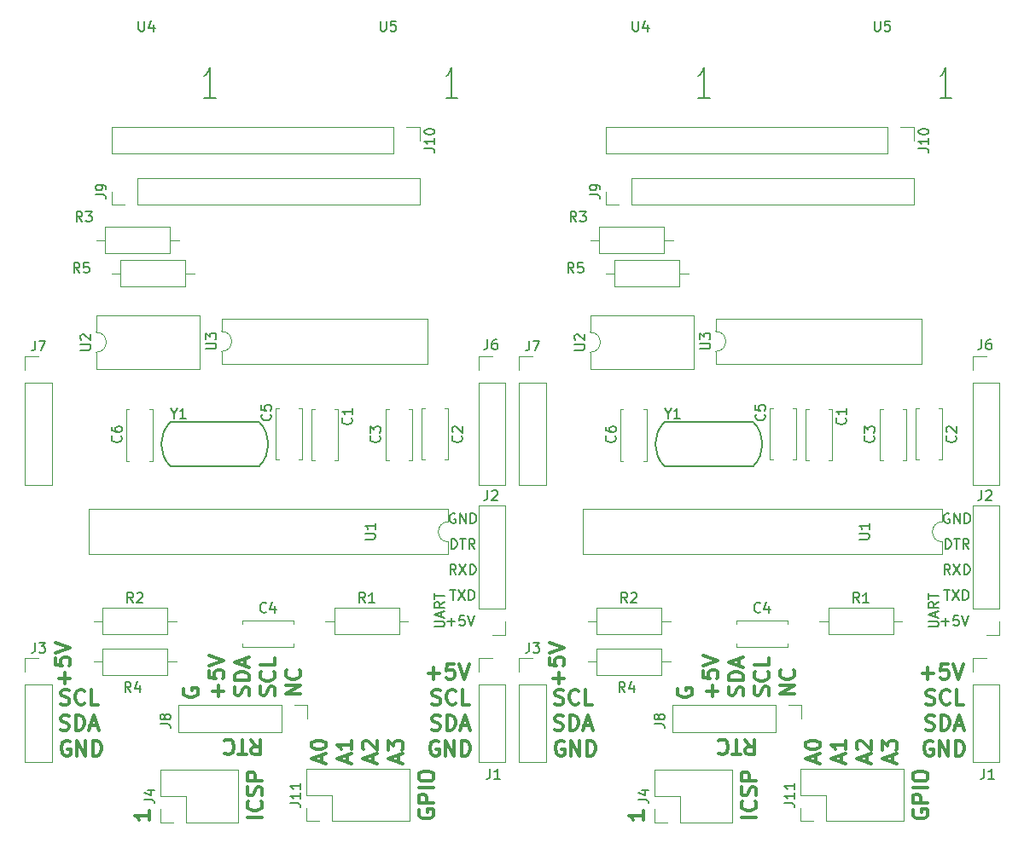
<source format=gto>
G04 #@! TF.FileFunction,Legend,Top*
%FSLAX46Y46*%
G04 Gerber Fmt 4.6, Leading zero omitted, Abs format (unit mm)*
G04 Created by KiCad (PCBNEW 4.0.6) date 11/14/17 14:49:57*
%MOMM*%
%LPD*%
G01*
G04 APERTURE LIST*
%ADD10C,0.100000*%
%ADD11C,0.150000*%
%ADD12C,0.300000*%
%ADD13C,0.120000*%
%ADD14C,0.200000*%
G04 APERTURE END LIST*
D10*
D11*
X184918381Y-123053238D02*
X185727905Y-123053238D01*
X185823143Y-123005619D01*
X185870762Y-122958000D01*
X185918381Y-122862762D01*
X185918381Y-122672285D01*
X185870762Y-122577047D01*
X185823143Y-122529428D01*
X185727905Y-122481809D01*
X184918381Y-122481809D01*
X185632667Y-122053238D02*
X185632667Y-121577047D01*
X185918381Y-122148476D02*
X184918381Y-121815143D01*
X185918381Y-121481809D01*
X185918381Y-120577047D02*
X185442190Y-120910381D01*
X185918381Y-121148476D02*
X184918381Y-121148476D01*
X184918381Y-120767523D01*
X184966000Y-120672285D01*
X185013619Y-120624666D01*
X185108857Y-120577047D01*
X185251714Y-120577047D01*
X185346952Y-120624666D01*
X185394571Y-120672285D01*
X185442190Y-120767523D01*
X185442190Y-121148476D01*
X184918381Y-120291333D02*
X184918381Y-119719904D01*
X185918381Y-120005619D02*
X184918381Y-120005619D01*
X186212286Y-122545429D02*
X186974191Y-122545429D01*
X186593239Y-122926381D02*
X186593239Y-122164476D01*
X187926572Y-121926381D02*
X187450381Y-121926381D01*
X187402762Y-122402571D01*
X187450381Y-122354952D01*
X187545619Y-122307333D01*
X187783715Y-122307333D01*
X187878953Y-122354952D01*
X187926572Y-122402571D01*
X187974191Y-122497810D01*
X187974191Y-122735905D01*
X187926572Y-122831143D01*
X187878953Y-122878762D01*
X187783715Y-122926381D01*
X187545619Y-122926381D01*
X187450381Y-122878762D01*
X187402762Y-122831143D01*
X188259905Y-121926381D02*
X188593238Y-122926381D01*
X188926572Y-121926381D01*
D12*
X183446000Y-141246000D02*
X183374571Y-141388857D01*
X183374571Y-141603143D01*
X183446000Y-141817428D01*
X183588857Y-141960286D01*
X183731714Y-142031714D01*
X184017429Y-142103143D01*
X184231714Y-142103143D01*
X184517429Y-142031714D01*
X184660286Y-141960286D01*
X184803143Y-141817428D01*
X184874571Y-141603143D01*
X184874571Y-141460286D01*
X184803143Y-141246000D01*
X184731714Y-141174571D01*
X184231714Y-141174571D01*
X184231714Y-141460286D01*
X184874571Y-140531714D02*
X183374571Y-140531714D01*
X183374571Y-139960286D01*
X183446000Y-139817428D01*
X183517429Y-139746000D01*
X183660286Y-139674571D01*
X183874571Y-139674571D01*
X184017429Y-139746000D01*
X184088857Y-139817428D01*
X184160286Y-139960286D01*
X184160286Y-140531714D01*
X184874571Y-139031714D02*
X183374571Y-139031714D01*
X183374571Y-138031714D02*
X183374571Y-137746000D01*
X183446000Y-137603142D01*
X183588857Y-137460285D01*
X183874571Y-137388857D01*
X184374571Y-137388857D01*
X184660286Y-137460285D01*
X184803143Y-137603142D01*
X184874571Y-137746000D01*
X184874571Y-138031714D01*
X184803143Y-138174571D01*
X184660286Y-138317428D01*
X184374571Y-138388857D01*
X183874571Y-138388857D01*
X183588857Y-138317428D01*
X183446000Y-138174571D01*
X183374571Y-138031714D01*
X166765142Y-134241429D02*
X167265142Y-134955714D01*
X167622285Y-134241429D02*
X167622285Y-135741429D01*
X167050857Y-135741429D01*
X166907999Y-135670000D01*
X166836571Y-135598571D01*
X166765142Y-135455714D01*
X166765142Y-135241429D01*
X166836571Y-135098571D01*
X166907999Y-135027143D01*
X167050857Y-134955714D01*
X167622285Y-134955714D01*
X166336571Y-135741429D02*
X165479428Y-135741429D01*
X165907999Y-134241429D02*
X165907999Y-135741429D01*
X164122285Y-134384286D02*
X164193714Y-134312857D01*
X164408000Y-134241429D01*
X164550857Y-134241429D01*
X164765142Y-134312857D01*
X164908000Y-134455714D01*
X164979428Y-134598571D01*
X165050857Y-134884286D01*
X165050857Y-135098571D01*
X164979428Y-135384286D01*
X164908000Y-135527143D01*
X164765142Y-135670000D01*
X164550857Y-135741429D01*
X164408000Y-135741429D01*
X164193714Y-135670000D01*
X164122285Y-135598571D01*
X167856571Y-141960285D02*
X166356571Y-141960285D01*
X167713714Y-140388856D02*
X167785143Y-140460285D01*
X167856571Y-140674571D01*
X167856571Y-140817428D01*
X167785143Y-141031713D01*
X167642286Y-141174571D01*
X167499429Y-141245999D01*
X167213714Y-141317428D01*
X166999429Y-141317428D01*
X166713714Y-141245999D01*
X166570857Y-141174571D01*
X166428000Y-141031713D01*
X166356571Y-140817428D01*
X166356571Y-140674571D01*
X166428000Y-140460285D01*
X166499429Y-140388856D01*
X167785143Y-139817428D02*
X167856571Y-139603142D01*
X167856571Y-139245999D01*
X167785143Y-139103142D01*
X167713714Y-139031713D01*
X167570857Y-138960285D01*
X167428000Y-138960285D01*
X167285143Y-139031713D01*
X167213714Y-139103142D01*
X167142286Y-139245999D01*
X167070857Y-139531713D01*
X166999429Y-139674571D01*
X166928000Y-139745999D01*
X166785143Y-139817428D01*
X166642286Y-139817428D01*
X166499429Y-139745999D01*
X166428000Y-139674571D01*
X166356571Y-139531713D01*
X166356571Y-139174571D01*
X166428000Y-138960285D01*
X167856571Y-138317428D02*
X166356571Y-138317428D01*
X166356571Y-137746000D01*
X166428000Y-137603142D01*
X166499429Y-137531714D01*
X166642286Y-137460285D01*
X166856571Y-137460285D01*
X166999429Y-137531714D01*
X167070857Y-137603142D01*
X167142286Y-137746000D01*
X167142286Y-138317428D01*
X148763143Y-134424000D02*
X148620286Y-134352571D01*
X148406000Y-134352571D01*
X148191715Y-134424000D01*
X148048857Y-134566857D01*
X147977429Y-134709714D01*
X147906000Y-134995429D01*
X147906000Y-135209714D01*
X147977429Y-135495429D01*
X148048857Y-135638286D01*
X148191715Y-135781143D01*
X148406000Y-135852571D01*
X148548857Y-135852571D01*
X148763143Y-135781143D01*
X148834572Y-135709714D01*
X148834572Y-135209714D01*
X148548857Y-135209714D01*
X149477429Y-135852571D02*
X149477429Y-134352571D01*
X150334572Y-135852571D01*
X150334572Y-134352571D01*
X151048858Y-135852571D02*
X151048858Y-134352571D01*
X151406001Y-134352571D01*
X151620286Y-134424000D01*
X151763144Y-134566857D01*
X151834572Y-134709714D01*
X151906001Y-134995429D01*
X151906001Y-135209714D01*
X151834572Y-135495429D01*
X151763144Y-135638286D01*
X151620286Y-135781143D01*
X151406001Y-135852571D01*
X151048858Y-135852571D01*
X147830572Y-133241143D02*
X148044858Y-133312571D01*
X148402001Y-133312571D01*
X148544858Y-133241143D01*
X148616287Y-133169714D01*
X148687715Y-133026857D01*
X148687715Y-132884000D01*
X148616287Y-132741143D01*
X148544858Y-132669714D01*
X148402001Y-132598286D01*
X148116287Y-132526857D01*
X147973429Y-132455429D01*
X147902001Y-132384000D01*
X147830572Y-132241143D01*
X147830572Y-132098286D01*
X147902001Y-131955429D01*
X147973429Y-131884000D01*
X148116287Y-131812571D01*
X148473429Y-131812571D01*
X148687715Y-131884000D01*
X149330572Y-133312571D02*
X149330572Y-131812571D01*
X149687715Y-131812571D01*
X149902000Y-131884000D01*
X150044858Y-132026857D01*
X150116286Y-132169714D01*
X150187715Y-132455429D01*
X150187715Y-132669714D01*
X150116286Y-132955429D01*
X150044858Y-133098286D01*
X149902000Y-133241143D01*
X149687715Y-133312571D01*
X149330572Y-133312571D01*
X150759143Y-132884000D02*
X151473429Y-132884000D01*
X150616286Y-133312571D02*
X151116286Y-131812571D01*
X151616286Y-133312571D01*
X147866286Y-130701143D02*
X148080572Y-130772571D01*
X148437715Y-130772571D01*
X148580572Y-130701143D01*
X148652001Y-130629714D01*
X148723429Y-130486857D01*
X148723429Y-130344000D01*
X148652001Y-130201143D01*
X148580572Y-130129714D01*
X148437715Y-130058286D01*
X148152001Y-129986857D01*
X148009143Y-129915429D01*
X147937715Y-129844000D01*
X147866286Y-129701143D01*
X147866286Y-129558286D01*
X147937715Y-129415429D01*
X148009143Y-129344000D01*
X148152001Y-129272571D01*
X148509143Y-129272571D01*
X148723429Y-129344000D01*
X150223429Y-130629714D02*
X150152000Y-130701143D01*
X149937714Y-130772571D01*
X149794857Y-130772571D01*
X149580572Y-130701143D01*
X149437714Y-130558286D01*
X149366286Y-130415429D01*
X149294857Y-130129714D01*
X149294857Y-129915429D01*
X149366286Y-129629714D01*
X149437714Y-129486857D01*
X149580572Y-129344000D01*
X149794857Y-129272571D01*
X149937714Y-129272571D01*
X150152000Y-129344000D01*
X150223429Y-129415429D01*
X151580572Y-130772571D02*
X150866286Y-130772571D01*
X150866286Y-129272571D01*
X148235143Y-128720571D02*
X148235143Y-127577714D01*
X148806571Y-128149143D02*
X147663714Y-128149143D01*
X147306571Y-126149142D02*
X147306571Y-126863428D01*
X148020857Y-126934857D01*
X147949429Y-126863428D01*
X147878000Y-126720571D01*
X147878000Y-126363428D01*
X147949429Y-126220571D01*
X148020857Y-126149142D01*
X148163714Y-126077714D01*
X148520857Y-126077714D01*
X148663714Y-126149142D01*
X148735143Y-126220571D01*
X148806571Y-126363428D01*
X148806571Y-126720571D01*
X148735143Y-126863428D01*
X148663714Y-126934857D01*
X147306571Y-125649143D02*
X148806571Y-125149143D01*
X147306571Y-124649143D01*
D11*
X186990096Y-111814000D02*
X186894858Y-111766381D01*
X186752001Y-111766381D01*
X186609143Y-111814000D01*
X186513905Y-111909238D01*
X186466286Y-112004476D01*
X186418667Y-112194952D01*
X186418667Y-112337810D01*
X186466286Y-112528286D01*
X186513905Y-112623524D01*
X186609143Y-112718762D01*
X186752001Y-112766381D01*
X186847239Y-112766381D01*
X186990096Y-112718762D01*
X187037715Y-112671143D01*
X187037715Y-112337810D01*
X186847239Y-112337810D01*
X187466286Y-112766381D02*
X187466286Y-111766381D01*
X188037715Y-112766381D01*
X188037715Y-111766381D01*
X188513905Y-112766381D02*
X188513905Y-111766381D01*
X188752000Y-111766381D01*
X188894858Y-111814000D01*
X188990096Y-111909238D01*
X189037715Y-112004476D01*
X189085334Y-112194952D01*
X189085334Y-112337810D01*
X189037715Y-112528286D01*
X188990096Y-112623524D01*
X188894858Y-112718762D01*
X188752000Y-112766381D01*
X188513905Y-112766381D01*
X186490095Y-119386381D02*
X187061524Y-119386381D01*
X186775809Y-120386381D02*
X186775809Y-119386381D01*
X187299619Y-119386381D02*
X187966286Y-120386381D01*
X187966286Y-119386381D02*
X187299619Y-120386381D01*
X188347238Y-120386381D02*
X188347238Y-119386381D01*
X188585333Y-119386381D01*
X188728191Y-119434000D01*
X188823429Y-119529238D01*
X188871048Y-119624476D01*
X188918667Y-119814952D01*
X188918667Y-119957810D01*
X188871048Y-120148286D01*
X188823429Y-120243524D01*
X188728191Y-120338762D01*
X188585333Y-120386381D01*
X188347238Y-120386381D01*
X187085334Y-117846381D02*
X186752000Y-117370190D01*
X186513905Y-117846381D02*
X186513905Y-116846381D01*
X186894858Y-116846381D01*
X186990096Y-116894000D01*
X187037715Y-116941619D01*
X187085334Y-117036857D01*
X187085334Y-117179714D01*
X187037715Y-117274952D01*
X186990096Y-117322571D01*
X186894858Y-117370190D01*
X186513905Y-117370190D01*
X187418667Y-116846381D02*
X188085334Y-117846381D01*
X188085334Y-116846381D02*
X187418667Y-117846381D01*
X188466286Y-117846381D02*
X188466286Y-116846381D01*
X188704381Y-116846381D01*
X188847239Y-116894000D01*
X188942477Y-116989238D01*
X188990096Y-117084476D01*
X189037715Y-117274952D01*
X189037715Y-117417810D01*
X188990096Y-117608286D01*
X188942477Y-117703524D01*
X188847239Y-117798762D01*
X188704381Y-117846381D01*
X188466286Y-117846381D01*
X186609143Y-115306381D02*
X186609143Y-114306381D01*
X186847238Y-114306381D01*
X186990096Y-114354000D01*
X187085334Y-114449238D01*
X187132953Y-114544476D01*
X187180572Y-114734952D01*
X187180572Y-114877810D01*
X187132953Y-115068286D01*
X187085334Y-115163524D01*
X186990096Y-115258762D01*
X186847238Y-115306381D01*
X186609143Y-115306381D01*
X187466286Y-114306381D02*
X188037715Y-114306381D01*
X187752000Y-115306381D02*
X187752000Y-114306381D01*
X188942477Y-115306381D02*
X188609143Y-114830190D01*
X188371048Y-115306381D02*
X188371048Y-114306381D01*
X188752001Y-114306381D01*
X188847239Y-114354000D01*
X188894858Y-114401619D01*
X188942477Y-114496857D01*
X188942477Y-114639714D01*
X188894858Y-114734952D01*
X188847239Y-114782571D01*
X188752001Y-114830190D01*
X188371048Y-114830190D01*
D12*
X185339143Y-134424000D02*
X185196286Y-134352571D01*
X184982000Y-134352571D01*
X184767715Y-134424000D01*
X184624857Y-134566857D01*
X184553429Y-134709714D01*
X184482000Y-134995429D01*
X184482000Y-135209714D01*
X184553429Y-135495429D01*
X184624857Y-135638286D01*
X184767715Y-135781143D01*
X184982000Y-135852571D01*
X185124857Y-135852571D01*
X185339143Y-135781143D01*
X185410572Y-135709714D01*
X185410572Y-135209714D01*
X185124857Y-135209714D01*
X186053429Y-135852571D02*
X186053429Y-134352571D01*
X186910572Y-135852571D01*
X186910572Y-134352571D01*
X187624858Y-135852571D02*
X187624858Y-134352571D01*
X187982001Y-134352571D01*
X188196286Y-134424000D01*
X188339144Y-134566857D01*
X188410572Y-134709714D01*
X188482001Y-134995429D01*
X188482001Y-135209714D01*
X188410572Y-135495429D01*
X188339144Y-135638286D01*
X188196286Y-135781143D01*
X187982001Y-135852571D01*
X187624858Y-135852571D01*
X184696286Y-130701143D02*
X184910572Y-130772571D01*
X185267715Y-130772571D01*
X185410572Y-130701143D01*
X185482001Y-130629714D01*
X185553429Y-130486857D01*
X185553429Y-130344000D01*
X185482001Y-130201143D01*
X185410572Y-130129714D01*
X185267715Y-130058286D01*
X184982001Y-129986857D01*
X184839143Y-129915429D01*
X184767715Y-129844000D01*
X184696286Y-129701143D01*
X184696286Y-129558286D01*
X184767715Y-129415429D01*
X184839143Y-129344000D01*
X184982001Y-129272571D01*
X185339143Y-129272571D01*
X185553429Y-129344000D01*
X187053429Y-130629714D02*
X186982000Y-130701143D01*
X186767714Y-130772571D01*
X186624857Y-130772571D01*
X186410572Y-130701143D01*
X186267714Y-130558286D01*
X186196286Y-130415429D01*
X186124857Y-130129714D01*
X186124857Y-129915429D01*
X186196286Y-129629714D01*
X186267714Y-129486857D01*
X186410572Y-129344000D01*
X186624857Y-129272571D01*
X186767714Y-129272571D01*
X186982000Y-129344000D01*
X187053429Y-129415429D01*
X188410572Y-130772571D02*
X187696286Y-130772571D01*
X187696286Y-129272571D01*
X184660572Y-133241143D02*
X184874858Y-133312571D01*
X185232001Y-133312571D01*
X185374858Y-133241143D01*
X185446287Y-133169714D01*
X185517715Y-133026857D01*
X185517715Y-132884000D01*
X185446287Y-132741143D01*
X185374858Y-132669714D01*
X185232001Y-132598286D01*
X184946287Y-132526857D01*
X184803429Y-132455429D01*
X184732001Y-132384000D01*
X184660572Y-132241143D01*
X184660572Y-132098286D01*
X184732001Y-131955429D01*
X184803429Y-131884000D01*
X184946287Y-131812571D01*
X185303429Y-131812571D01*
X185517715Y-131884000D01*
X186160572Y-133312571D02*
X186160572Y-131812571D01*
X186517715Y-131812571D01*
X186732000Y-131884000D01*
X186874858Y-132026857D01*
X186946286Y-132169714D01*
X187017715Y-132455429D01*
X187017715Y-132669714D01*
X186946286Y-132955429D01*
X186874858Y-133098286D01*
X186732000Y-133241143D01*
X186517715Y-133312571D01*
X186160572Y-133312571D01*
X187589143Y-132884000D02*
X188303429Y-132884000D01*
X187446286Y-133312571D02*
X187946286Y-131812571D01*
X188446286Y-133312571D01*
X184299429Y-127661143D02*
X185442286Y-127661143D01*
X184870857Y-128232571D02*
X184870857Y-127089714D01*
X186870858Y-126732571D02*
X186156572Y-126732571D01*
X186085143Y-127446857D01*
X186156572Y-127375429D01*
X186299429Y-127304000D01*
X186656572Y-127304000D01*
X186799429Y-127375429D01*
X186870858Y-127446857D01*
X186942286Y-127589714D01*
X186942286Y-127946857D01*
X186870858Y-128089714D01*
X186799429Y-128161143D01*
X186656572Y-128232571D01*
X186299429Y-128232571D01*
X186156572Y-128161143D01*
X186085143Y-128089714D01*
X187370857Y-126732571D02*
X187870857Y-128232571D01*
X188370857Y-126732571D01*
X171666571Y-129748571D02*
X170166571Y-129748571D01*
X171666571Y-128891428D01*
X170166571Y-128891428D01*
X171523714Y-127319999D02*
X171595143Y-127391428D01*
X171666571Y-127605714D01*
X171666571Y-127748571D01*
X171595143Y-127962856D01*
X171452286Y-128105714D01*
X171309429Y-128177142D01*
X171023714Y-128248571D01*
X170809429Y-128248571D01*
X170523714Y-128177142D01*
X170380857Y-128105714D01*
X170238000Y-127962856D01*
X170166571Y-127748571D01*
X170166571Y-127605714D01*
X170238000Y-127391428D01*
X170309429Y-127319999D01*
X169055143Y-129847714D02*
X169126571Y-129633428D01*
X169126571Y-129276285D01*
X169055143Y-129133428D01*
X168983714Y-129061999D01*
X168840857Y-128990571D01*
X168698000Y-128990571D01*
X168555143Y-129061999D01*
X168483714Y-129133428D01*
X168412286Y-129276285D01*
X168340857Y-129561999D01*
X168269429Y-129704857D01*
X168198000Y-129776285D01*
X168055143Y-129847714D01*
X167912286Y-129847714D01*
X167769429Y-129776285D01*
X167698000Y-129704857D01*
X167626571Y-129561999D01*
X167626571Y-129204857D01*
X167698000Y-128990571D01*
X168983714Y-127490571D02*
X169055143Y-127562000D01*
X169126571Y-127776286D01*
X169126571Y-127919143D01*
X169055143Y-128133428D01*
X168912286Y-128276286D01*
X168769429Y-128347714D01*
X168483714Y-128419143D01*
X168269429Y-128419143D01*
X167983714Y-128347714D01*
X167840857Y-128276286D01*
X167698000Y-128133428D01*
X167626571Y-127919143D01*
X167626571Y-127776286D01*
X167698000Y-127562000D01*
X167769429Y-127490571D01*
X169126571Y-126133428D02*
X169126571Y-126847714D01*
X167626571Y-126847714D01*
X166515143Y-129883428D02*
X166586571Y-129669142D01*
X166586571Y-129311999D01*
X166515143Y-129169142D01*
X166443714Y-129097713D01*
X166300857Y-129026285D01*
X166158000Y-129026285D01*
X166015143Y-129097713D01*
X165943714Y-129169142D01*
X165872286Y-129311999D01*
X165800857Y-129597713D01*
X165729429Y-129740571D01*
X165658000Y-129811999D01*
X165515143Y-129883428D01*
X165372286Y-129883428D01*
X165229429Y-129811999D01*
X165158000Y-129740571D01*
X165086571Y-129597713D01*
X165086571Y-129240571D01*
X165158000Y-129026285D01*
X166586571Y-128383428D02*
X165086571Y-128383428D01*
X165086571Y-128026285D01*
X165158000Y-127812000D01*
X165300857Y-127669142D01*
X165443714Y-127597714D01*
X165729429Y-127526285D01*
X165943714Y-127526285D01*
X166229429Y-127597714D01*
X166372286Y-127669142D01*
X166515143Y-127812000D01*
X166586571Y-128026285D01*
X166586571Y-128383428D01*
X166158000Y-126954857D02*
X166158000Y-126240571D01*
X166586571Y-127097714D02*
X165086571Y-126597714D01*
X166586571Y-126097714D01*
X163475143Y-129990571D02*
X163475143Y-128847714D01*
X164046571Y-129419143D02*
X162903714Y-129419143D01*
X162546571Y-127419142D02*
X162546571Y-128133428D01*
X163260857Y-128204857D01*
X163189429Y-128133428D01*
X163118000Y-127990571D01*
X163118000Y-127633428D01*
X163189429Y-127490571D01*
X163260857Y-127419142D01*
X163403714Y-127347714D01*
X163760857Y-127347714D01*
X163903714Y-127419142D01*
X163975143Y-127490571D01*
X164046571Y-127633428D01*
X164046571Y-127990571D01*
X163975143Y-128133428D01*
X163903714Y-128204857D01*
X162546571Y-126919143D02*
X164046571Y-126419143D01*
X162546571Y-125919143D01*
X160078000Y-129193143D02*
X160006571Y-129336000D01*
X160006571Y-129550286D01*
X160078000Y-129764571D01*
X160220857Y-129907429D01*
X160363714Y-129978857D01*
X160649429Y-130050286D01*
X160863714Y-130050286D01*
X161149429Y-129978857D01*
X161292286Y-129907429D01*
X161435143Y-129764571D01*
X161506571Y-129550286D01*
X161506571Y-129407429D01*
X161435143Y-129193143D01*
X161363714Y-129121714D01*
X160863714Y-129121714D01*
X160863714Y-129407429D01*
X181398000Y-136499428D02*
X181398000Y-135785142D01*
X181826571Y-136642285D02*
X180326571Y-136142285D01*
X181826571Y-135642285D01*
X180326571Y-135285142D02*
X180326571Y-134356571D01*
X180898000Y-134856571D01*
X180898000Y-134642285D01*
X180969429Y-134499428D01*
X181040857Y-134427999D01*
X181183714Y-134356571D01*
X181540857Y-134356571D01*
X181683714Y-134427999D01*
X181755143Y-134499428D01*
X181826571Y-134642285D01*
X181826571Y-135070857D01*
X181755143Y-135213714D01*
X181683714Y-135285142D01*
X178858000Y-136499428D02*
X178858000Y-135785142D01*
X179286571Y-136642285D02*
X177786571Y-136142285D01*
X179286571Y-135642285D01*
X177929429Y-135213714D02*
X177858000Y-135142285D01*
X177786571Y-134999428D01*
X177786571Y-134642285D01*
X177858000Y-134499428D01*
X177929429Y-134427999D01*
X178072286Y-134356571D01*
X178215143Y-134356571D01*
X178429429Y-134427999D01*
X179286571Y-135285142D01*
X179286571Y-134356571D01*
X176318000Y-136499428D02*
X176318000Y-135785142D01*
X176746571Y-136642285D02*
X175246571Y-136142285D01*
X176746571Y-135642285D01*
X176746571Y-134356571D02*
X176746571Y-135213714D01*
X176746571Y-134785142D02*
X175246571Y-134785142D01*
X175460857Y-134927999D01*
X175603714Y-135070857D01*
X175675143Y-135213714D01*
X173778000Y-136499428D02*
X173778000Y-135785142D01*
X174206571Y-136642285D02*
X172706571Y-136142285D01*
X174206571Y-135642285D01*
X172706571Y-134856571D02*
X172706571Y-134713714D01*
X172778000Y-134570857D01*
X172849429Y-134499428D01*
X172992286Y-134427999D01*
X173278000Y-134356571D01*
X173635143Y-134356571D01*
X173920857Y-134427999D01*
X174063714Y-134499428D01*
X174135143Y-134570857D01*
X174206571Y-134713714D01*
X174206571Y-134856571D01*
X174135143Y-134999428D01*
X174063714Y-135070857D01*
X173920857Y-135142285D01*
X173635143Y-135213714D01*
X173278000Y-135213714D01*
X172992286Y-135142285D01*
X172849429Y-135070857D01*
X172778000Y-134999428D01*
X172706571Y-134856571D01*
X156680571Y-141349428D02*
X156680571Y-142206571D01*
X156680571Y-141777999D02*
X155180571Y-141777999D01*
X155394857Y-141920856D01*
X155537714Y-142063714D01*
X155609143Y-142206571D01*
D11*
X135896381Y-123053238D02*
X136705905Y-123053238D01*
X136801143Y-123005619D01*
X136848762Y-122958000D01*
X136896381Y-122862762D01*
X136896381Y-122672285D01*
X136848762Y-122577047D01*
X136801143Y-122529428D01*
X136705905Y-122481809D01*
X135896381Y-122481809D01*
X136610667Y-122053238D02*
X136610667Y-121577047D01*
X136896381Y-122148476D02*
X135896381Y-121815143D01*
X136896381Y-121481809D01*
X136896381Y-120577047D02*
X136420190Y-120910381D01*
X136896381Y-121148476D02*
X135896381Y-121148476D01*
X135896381Y-120767523D01*
X135944000Y-120672285D01*
X135991619Y-120624666D01*
X136086857Y-120577047D01*
X136229714Y-120577047D01*
X136324952Y-120624666D01*
X136372571Y-120672285D01*
X136420190Y-120767523D01*
X136420190Y-121148476D01*
X135896381Y-120291333D02*
X135896381Y-119719904D01*
X136896381Y-120005619D02*
X135896381Y-120005619D01*
X137190286Y-122545429D02*
X137952191Y-122545429D01*
X137571239Y-122926381D02*
X137571239Y-122164476D01*
X138904572Y-121926381D02*
X138428381Y-121926381D01*
X138380762Y-122402571D01*
X138428381Y-122354952D01*
X138523619Y-122307333D01*
X138761715Y-122307333D01*
X138856953Y-122354952D01*
X138904572Y-122402571D01*
X138952191Y-122497810D01*
X138952191Y-122735905D01*
X138904572Y-122831143D01*
X138856953Y-122878762D01*
X138761715Y-122926381D01*
X138523619Y-122926381D01*
X138428381Y-122878762D01*
X138380762Y-122831143D01*
X139237905Y-121926381D02*
X139571238Y-122926381D01*
X139904572Y-121926381D01*
D12*
X134424000Y-141246000D02*
X134352571Y-141388857D01*
X134352571Y-141603143D01*
X134424000Y-141817428D01*
X134566857Y-141960286D01*
X134709714Y-142031714D01*
X134995429Y-142103143D01*
X135209714Y-142103143D01*
X135495429Y-142031714D01*
X135638286Y-141960286D01*
X135781143Y-141817428D01*
X135852571Y-141603143D01*
X135852571Y-141460286D01*
X135781143Y-141246000D01*
X135709714Y-141174571D01*
X135209714Y-141174571D01*
X135209714Y-141460286D01*
X135852571Y-140531714D02*
X134352571Y-140531714D01*
X134352571Y-139960286D01*
X134424000Y-139817428D01*
X134495429Y-139746000D01*
X134638286Y-139674571D01*
X134852571Y-139674571D01*
X134995429Y-139746000D01*
X135066857Y-139817428D01*
X135138286Y-139960286D01*
X135138286Y-140531714D01*
X135852571Y-139031714D02*
X134352571Y-139031714D01*
X134352571Y-138031714D02*
X134352571Y-137746000D01*
X134424000Y-137603142D01*
X134566857Y-137460285D01*
X134852571Y-137388857D01*
X135352571Y-137388857D01*
X135638286Y-137460285D01*
X135781143Y-137603142D01*
X135852571Y-137746000D01*
X135852571Y-138031714D01*
X135781143Y-138174571D01*
X135638286Y-138317428D01*
X135352571Y-138388857D01*
X134852571Y-138388857D01*
X134566857Y-138317428D01*
X134424000Y-138174571D01*
X134352571Y-138031714D01*
X117743142Y-134241429D02*
X118243142Y-134955714D01*
X118600285Y-134241429D02*
X118600285Y-135741429D01*
X118028857Y-135741429D01*
X117885999Y-135670000D01*
X117814571Y-135598571D01*
X117743142Y-135455714D01*
X117743142Y-135241429D01*
X117814571Y-135098571D01*
X117885999Y-135027143D01*
X118028857Y-134955714D01*
X118600285Y-134955714D01*
X117314571Y-135741429D02*
X116457428Y-135741429D01*
X116885999Y-134241429D02*
X116885999Y-135741429D01*
X115100285Y-134384286D02*
X115171714Y-134312857D01*
X115386000Y-134241429D01*
X115528857Y-134241429D01*
X115743142Y-134312857D01*
X115886000Y-134455714D01*
X115957428Y-134598571D01*
X116028857Y-134884286D01*
X116028857Y-135098571D01*
X115957428Y-135384286D01*
X115886000Y-135527143D01*
X115743142Y-135670000D01*
X115528857Y-135741429D01*
X115386000Y-135741429D01*
X115171714Y-135670000D01*
X115100285Y-135598571D01*
X118834571Y-141960285D02*
X117334571Y-141960285D01*
X118691714Y-140388856D02*
X118763143Y-140460285D01*
X118834571Y-140674571D01*
X118834571Y-140817428D01*
X118763143Y-141031713D01*
X118620286Y-141174571D01*
X118477429Y-141245999D01*
X118191714Y-141317428D01*
X117977429Y-141317428D01*
X117691714Y-141245999D01*
X117548857Y-141174571D01*
X117406000Y-141031713D01*
X117334571Y-140817428D01*
X117334571Y-140674571D01*
X117406000Y-140460285D01*
X117477429Y-140388856D01*
X118763143Y-139817428D02*
X118834571Y-139603142D01*
X118834571Y-139245999D01*
X118763143Y-139103142D01*
X118691714Y-139031713D01*
X118548857Y-138960285D01*
X118406000Y-138960285D01*
X118263143Y-139031713D01*
X118191714Y-139103142D01*
X118120286Y-139245999D01*
X118048857Y-139531713D01*
X117977429Y-139674571D01*
X117906000Y-139745999D01*
X117763143Y-139817428D01*
X117620286Y-139817428D01*
X117477429Y-139745999D01*
X117406000Y-139674571D01*
X117334571Y-139531713D01*
X117334571Y-139174571D01*
X117406000Y-138960285D01*
X118834571Y-138317428D02*
X117334571Y-138317428D01*
X117334571Y-137746000D01*
X117406000Y-137603142D01*
X117477429Y-137531714D01*
X117620286Y-137460285D01*
X117834571Y-137460285D01*
X117977429Y-137531714D01*
X118048857Y-137603142D01*
X118120286Y-137746000D01*
X118120286Y-138317428D01*
X99741143Y-134424000D02*
X99598286Y-134352571D01*
X99384000Y-134352571D01*
X99169715Y-134424000D01*
X99026857Y-134566857D01*
X98955429Y-134709714D01*
X98884000Y-134995429D01*
X98884000Y-135209714D01*
X98955429Y-135495429D01*
X99026857Y-135638286D01*
X99169715Y-135781143D01*
X99384000Y-135852571D01*
X99526857Y-135852571D01*
X99741143Y-135781143D01*
X99812572Y-135709714D01*
X99812572Y-135209714D01*
X99526857Y-135209714D01*
X100455429Y-135852571D02*
X100455429Y-134352571D01*
X101312572Y-135852571D01*
X101312572Y-134352571D01*
X102026858Y-135852571D02*
X102026858Y-134352571D01*
X102384001Y-134352571D01*
X102598286Y-134424000D01*
X102741144Y-134566857D01*
X102812572Y-134709714D01*
X102884001Y-134995429D01*
X102884001Y-135209714D01*
X102812572Y-135495429D01*
X102741144Y-135638286D01*
X102598286Y-135781143D01*
X102384001Y-135852571D01*
X102026858Y-135852571D01*
X98808572Y-133241143D02*
X99022858Y-133312571D01*
X99380001Y-133312571D01*
X99522858Y-133241143D01*
X99594287Y-133169714D01*
X99665715Y-133026857D01*
X99665715Y-132884000D01*
X99594287Y-132741143D01*
X99522858Y-132669714D01*
X99380001Y-132598286D01*
X99094287Y-132526857D01*
X98951429Y-132455429D01*
X98880001Y-132384000D01*
X98808572Y-132241143D01*
X98808572Y-132098286D01*
X98880001Y-131955429D01*
X98951429Y-131884000D01*
X99094287Y-131812571D01*
X99451429Y-131812571D01*
X99665715Y-131884000D01*
X100308572Y-133312571D02*
X100308572Y-131812571D01*
X100665715Y-131812571D01*
X100880000Y-131884000D01*
X101022858Y-132026857D01*
X101094286Y-132169714D01*
X101165715Y-132455429D01*
X101165715Y-132669714D01*
X101094286Y-132955429D01*
X101022858Y-133098286D01*
X100880000Y-133241143D01*
X100665715Y-133312571D01*
X100308572Y-133312571D01*
X101737143Y-132884000D02*
X102451429Y-132884000D01*
X101594286Y-133312571D02*
X102094286Y-131812571D01*
X102594286Y-133312571D01*
X98844286Y-130701143D02*
X99058572Y-130772571D01*
X99415715Y-130772571D01*
X99558572Y-130701143D01*
X99630001Y-130629714D01*
X99701429Y-130486857D01*
X99701429Y-130344000D01*
X99630001Y-130201143D01*
X99558572Y-130129714D01*
X99415715Y-130058286D01*
X99130001Y-129986857D01*
X98987143Y-129915429D01*
X98915715Y-129844000D01*
X98844286Y-129701143D01*
X98844286Y-129558286D01*
X98915715Y-129415429D01*
X98987143Y-129344000D01*
X99130001Y-129272571D01*
X99487143Y-129272571D01*
X99701429Y-129344000D01*
X101201429Y-130629714D02*
X101130000Y-130701143D01*
X100915714Y-130772571D01*
X100772857Y-130772571D01*
X100558572Y-130701143D01*
X100415714Y-130558286D01*
X100344286Y-130415429D01*
X100272857Y-130129714D01*
X100272857Y-129915429D01*
X100344286Y-129629714D01*
X100415714Y-129486857D01*
X100558572Y-129344000D01*
X100772857Y-129272571D01*
X100915714Y-129272571D01*
X101130000Y-129344000D01*
X101201429Y-129415429D01*
X102558572Y-130772571D02*
X101844286Y-130772571D01*
X101844286Y-129272571D01*
X99213143Y-128720571D02*
X99213143Y-127577714D01*
X99784571Y-128149143D02*
X98641714Y-128149143D01*
X98284571Y-126149142D02*
X98284571Y-126863428D01*
X98998857Y-126934857D01*
X98927429Y-126863428D01*
X98856000Y-126720571D01*
X98856000Y-126363428D01*
X98927429Y-126220571D01*
X98998857Y-126149142D01*
X99141714Y-126077714D01*
X99498857Y-126077714D01*
X99641714Y-126149142D01*
X99713143Y-126220571D01*
X99784571Y-126363428D01*
X99784571Y-126720571D01*
X99713143Y-126863428D01*
X99641714Y-126934857D01*
X98284571Y-125649143D02*
X99784571Y-125149143D01*
X98284571Y-124649143D01*
D11*
X137968096Y-111814000D02*
X137872858Y-111766381D01*
X137730001Y-111766381D01*
X137587143Y-111814000D01*
X137491905Y-111909238D01*
X137444286Y-112004476D01*
X137396667Y-112194952D01*
X137396667Y-112337810D01*
X137444286Y-112528286D01*
X137491905Y-112623524D01*
X137587143Y-112718762D01*
X137730001Y-112766381D01*
X137825239Y-112766381D01*
X137968096Y-112718762D01*
X138015715Y-112671143D01*
X138015715Y-112337810D01*
X137825239Y-112337810D01*
X138444286Y-112766381D02*
X138444286Y-111766381D01*
X139015715Y-112766381D01*
X139015715Y-111766381D01*
X139491905Y-112766381D02*
X139491905Y-111766381D01*
X139730000Y-111766381D01*
X139872858Y-111814000D01*
X139968096Y-111909238D01*
X140015715Y-112004476D01*
X140063334Y-112194952D01*
X140063334Y-112337810D01*
X140015715Y-112528286D01*
X139968096Y-112623524D01*
X139872858Y-112718762D01*
X139730000Y-112766381D01*
X139491905Y-112766381D01*
X137468095Y-119386381D02*
X138039524Y-119386381D01*
X137753809Y-120386381D02*
X137753809Y-119386381D01*
X138277619Y-119386381D02*
X138944286Y-120386381D01*
X138944286Y-119386381D02*
X138277619Y-120386381D01*
X139325238Y-120386381D02*
X139325238Y-119386381D01*
X139563333Y-119386381D01*
X139706191Y-119434000D01*
X139801429Y-119529238D01*
X139849048Y-119624476D01*
X139896667Y-119814952D01*
X139896667Y-119957810D01*
X139849048Y-120148286D01*
X139801429Y-120243524D01*
X139706191Y-120338762D01*
X139563333Y-120386381D01*
X139325238Y-120386381D01*
X138063334Y-117846381D02*
X137730000Y-117370190D01*
X137491905Y-117846381D02*
X137491905Y-116846381D01*
X137872858Y-116846381D01*
X137968096Y-116894000D01*
X138015715Y-116941619D01*
X138063334Y-117036857D01*
X138063334Y-117179714D01*
X138015715Y-117274952D01*
X137968096Y-117322571D01*
X137872858Y-117370190D01*
X137491905Y-117370190D01*
X138396667Y-116846381D02*
X139063334Y-117846381D01*
X139063334Y-116846381D02*
X138396667Y-117846381D01*
X139444286Y-117846381D02*
X139444286Y-116846381D01*
X139682381Y-116846381D01*
X139825239Y-116894000D01*
X139920477Y-116989238D01*
X139968096Y-117084476D01*
X140015715Y-117274952D01*
X140015715Y-117417810D01*
X139968096Y-117608286D01*
X139920477Y-117703524D01*
X139825239Y-117798762D01*
X139682381Y-117846381D01*
X139444286Y-117846381D01*
X137587143Y-115306381D02*
X137587143Y-114306381D01*
X137825238Y-114306381D01*
X137968096Y-114354000D01*
X138063334Y-114449238D01*
X138110953Y-114544476D01*
X138158572Y-114734952D01*
X138158572Y-114877810D01*
X138110953Y-115068286D01*
X138063334Y-115163524D01*
X137968096Y-115258762D01*
X137825238Y-115306381D01*
X137587143Y-115306381D01*
X138444286Y-114306381D02*
X139015715Y-114306381D01*
X138730000Y-115306381D02*
X138730000Y-114306381D01*
X139920477Y-115306381D02*
X139587143Y-114830190D01*
X139349048Y-115306381D02*
X139349048Y-114306381D01*
X139730001Y-114306381D01*
X139825239Y-114354000D01*
X139872858Y-114401619D01*
X139920477Y-114496857D01*
X139920477Y-114639714D01*
X139872858Y-114734952D01*
X139825239Y-114782571D01*
X139730001Y-114830190D01*
X139349048Y-114830190D01*
D12*
X136317143Y-134424000D02*
X136174286Y-134352571D01*
X135960000Y-134352571D01*
X135745715Y-134424000D01*
X135602857Y-134566857D01*
X135531429Y-134709714D01*
X135460000Y-134995429D01*
X135460000Y-135209714D01*
X135531429Y-135495429D01*
X135602857Y-135638286D01*
X135745715Y-135781143D01*
X135960000Y-135852571D01*
X136102857Y-135852571D01*
X136317143Y-135781143D01*
X136388572Y-135709714D01*
X136388572Y-135209714D01*
X136102857Y-135209714D01*
X137031429Y-135852571D02*
X137031429Y-134352571D01*
X137888572Y-135852571D01*
X137888572Y-134352571D01*
X138602858Y-135852571D02*
X138602858Y-134352571D01*
X138960001Y-134352571D01*
X139174286Y-134424000D01*
X139317144Y-134566857D01*
X139388572Y-134709714D01*
X139460001Y-134995429D01*
X139460001Y-135209714D01*
X139388572Y-135495429D01*
X139317144Y-135638286D01*
X139174286Y-135781143D01*
X138960001Y-135852571D01*
X138602858Y-135852571D01*
X135674286Y-130701143D02*
X135888572Y-130772571D01*
X136245715Y-130772571D01*
X136388572Y-130701143D01*
X136460001Y-130629714D01*
X136531429Y-130486857D01*
X136531429Y-130344000D01*
X136460001Y-130201143D01*
X136388572Y-130129714D01*
X136245715Y-130058286D01*
X135960001Y-129986857D01*
X135817143Y-129915429D01*
X135745715Y-129844000D01*
X135674286Y-129701143D01*
X135674286Y-129558286D01*
X135745715Y-129415429D01*
X135817143Y-129344000D01*
X135960001Y-129272571D01*
X136317143Y-129272571D01*
X136531429Y-129344000D01*
X138031429Y-130629714D02*
X137960000Y-130701143D01*
X137745714Y-130772571D01*
X137602857Y-130772571D01*
X137388572Y-130701143D01*
X137245714Y-130558286D01*
X137174286Y-130415429D01*
X137102857Y-130129714D01*
X137102857Y-129915429D01*
X137174286Y-129629714D01*
X137245714Y-129486857D01*
X137388572Y-129344000D01*
X137602857Y-129272571D01*
X137745714Y-129272571D01*
X137960000Y-129344000D01*
X138031429Y-129415429D01*
X139388572Y-130772571D02*
X138674286Y-130772571D01*
X138674286Y-129272571D01*
X135638572Y-133241143D02*
X135852858Y-133312571D01*
X136210001Y-133312571D01*
X136352858Y-133241143D01*
X136424287Y-133169714D01*
X136495715Y-133026857D01*
X136495715Y-132884000D01*
X136424287Y-132741143D01*
X136352858Y-132669714D01*
X136210001Y-132598286D01*
X135924287Y-132526857D01*
X135781429Y-132455429D01*
X135710001Y-132384000D01*
X135638572Y-132241143D01*
X135638572Y-132098286D01*
X135710001Y-131955429D01*
X135781429Y-131884000D01*
X135924287Y-131812571D01*
X136281429Y-131812571D01*
X136495715Y-131884000D01*
X137138572Y-133312571D02*
X137138572Y-131812571D01*
X137495715Y-131812571D01*
X137710000Y-131884000D01*
X137852858Y-132026857D01*
X137924286Y-132169714D01*
X137995715Y-132455429D01*
X137995715Y-132669714D01*
X137924286Y-132955429D01*
X137852858Y-133098286D01*
X137710000Y-133241143D01*
X137495715Y-133312571D01*
X137138572Y-133312571D01*
X138567143Y-132884000D02*
X139281429Y-132884000D01*
X138424286Y-133312571D02*
X138924286Y-131812571D01*
X139424286Y-133312571D01*
X135277429Y-127661143D02*
X136420286Y-127661143D01*
X135848857Y-128232571D02*
X135848857Y-127089714D01*
X137848858Y-126732571D02*
X137134572Y-126732571D01*
X137063143Y-127446857D01*
X137134572Y-127375429D01*
X137277429Y-127304000D01*
X137634572Y-127304000D01*
X137777429Y-127375429D01*
X137848858Y-127446857D01*
X137920286Y-127589714D01*
X137920286Y-127946857D01*
X137848858Y-128089714D01*
X137777429Y-128161143D01*
X137634572Y-128232571D01*
X137277429Y-128232571D01*
X137134572Y-128161143D01*
X137063143Y-128089714D01*
X138348857Y-126732571D02*
X138848857Y-128232571D01*
X139348857Y-126732571D01*
X122644571Y-129748571D02*
X121144571Y-129748571D01*
X122644571Y-128891428D01*
X121144571Y-128891428D01*
X122501714Y-127319999D02*
X122573143Y-127391428D01*
X122644571Y-127605714D01*
X122644571Y-127748571D01*
X122573143Y-127962856D01*
X122430286Y-128105714D01*
X122287429Y-128177142D01*
X122001714Y-128248571D01*
X121787429Y-128248571D01*
X121501714Y-128177142D01*
X121358857Y-128105714D01*
X121216000Y-127962856D01*
X121144571Y-127748571D01*
X121144571Y-127605714D01*
X121216000Y-127391428D01*
X121287429Y-127319999D01*
X120033143Y-129847714D02*
X120104571Y-129633428D01*
X120104571Y-129276285D01*
X120033143Y-129133428D01*
X119961714Y-129061999D01*
X119818857Y-128990571D01*
X119676000Y-128990571D01*
X119533143Y-129061999D01*
X119461714Y-129133428D01*
X119390286Y-129276285D01*
X119318857Y-129561999D01*
X119247429Y-129704857D01*
X119176000Y-129776285D01*
X119033143Y-129847714D01*
X118890286Y-129847714D01*
X118747429Y-129776285D01*
X118676000Y-129704857D01*
X118604571Y-129561999D01*
X118604571Y-129204857D01*
X118676000Y-128990571D01*
X119961714Y-127490571D02*
X120033143Y-127562000D01*
X120104571Y-127776286D01*
X120104571Y-127919143D01*
X120033143Y-128133428D01*
X119890286Y-128276286D01*
X119747429Y-128347714D01*
X119461714Y-128419143D01*
X119247429Y-128419143D01*
X118961714Y-128347714D01*
X118818857Y-128276286D01*
X118676000Y-128133428D01*
X118604571Y-127919143D01*
X118604571Y-127776286D01*
X118676000Y-127562000D01*
X118747429Y-127490571D01*
X120104571Y-126133428D02*
X120104571Y-126847714D01*
X118604571Y-126847714D01*
X117493143Y-129883428D02*
X117564571Y-129669142D01*
X117564571Y-129311999D01*
X117493143Y-129169142D01*
X117421714Y-129097713D01*
X117278857Y-129026285D01*
X117136000Y-129026285D01*
X116993143Y-129097713D01*
X116921714Y-129169142D01*
X116850286Y-129311999D01*
X116778857Y-129597713D01*
X116707429Y-129740571D01*
X116636000Y-129811999D01*
X116493143Y-129883428D01*
X116350286Y-129883428D01*
X116207429Y-129811999D01*
X116136000Y-129740571D01*
X116064571Y-129597713D01*
X116064571Y-129240571D01*
X116136000Y-129026285D01*
X117564571Y-128383428D02*
X116064571Y-128383428D01*
X116064571Y-128026285D01*
X116136000Y-127812000D01*
X116278857Y-127669142D01*
X116421714Y-127597714D01*
X116707429Y-127526285D01*
X116921714Y-127526285D01*
X117207429Y-127597714D01*
X117350286Y-127669142D01*
X117493143Y-127812000D01*
X117564571Y-128026285D01*
X117564571Y-128383428D01*
X117136000Y-126954857D02*
X117136000Y-126240571D01*
X117564571Y-127097714D02*
X116064571Y-126597714D01*
X117564571Y-126097714D01*
X114453143Y-129990571D02*
X114453143Y-128847714D01*
X115024571Y-129419143D02*
X113881714Y-129419143D01*
X113524571Y-127419142D02*
X113524571Y-128133428D01*
X114238857Y-128204857D01*
X114167429Y-128133428D01*
X114096000Y-127990571D01*
X114096000Y-127633428D01*
X114167429Y-127490571D01*
X114238857Y-127419142D01*
X114381714Y-127347714D01*
X114738857Y-127347714D01*
X114881714Y-127419142D01*
X114953143Y-127490571D01*
X115024571Y-127633428D01*
X115024571Y-127990571D01*
X114953143Y-128133428D01*
X114881714Y-128204857D01*
X113524571Y-126919143D02*
X115024571Y-126419143D01*
X113524571Y-125919143D01*
X111056000Y-129193143D02*
X110984571Y-129336000D01*
X110984571Y-129550286D01*
X111056000Y-129764571D01*
X111198857Y-129907429D01*
X111341714Y-129978857D01*
X111627429Y-130050286D01*
X111841714Y-130050286D01*
X112127429Y-129978857D01*
X112270286Y-129907429D01*
X112413143Y-129764571D01*
X112484571Y-129550286D01*
X112484571Y-129407429D01*
X112413143Y-129193143D01*
X112341714Y-129121714D01*
X111841714Y-129121714D01*
X111841714Y-129407429D01*
X132376000Y-136499428D02*
X132376000Y-135785142D01*
X132804571Y-136642285D02*
X131304571Y-136142285D01*
X132804571Y-135642285D01*
X131304571Y-135285142D02*
X131304571Y-134356571D01*
X131876000Y-134856571D01*
X131876000Y-134642285D01*
X131947429Y-134499428D01*
X132018857Y-134427999D01*
X132161714Y-134356571D01*
X132518857Y-134356571D01*
X132661714Y-134427999D01*
X132733143Y-134499428D01*
X132804571Y-134642285D01*
X132804571Y-135070857D01*
X132733143Y-135213714D01*
X132661714Y-135285142D01*
X129836000Y-136499428D02*
X129836000Y-135785142D01*
X130264571Y-136642285D02*
X128764571Y-136142285D01*
X130264571Y-135642285D01*
X128907429Y-135213714D02*
X128836000Y-135142285D01*
X128764571Y-134999428D01*
X128764571Y-134642285D01*
X128836000Y-134499428D01*
X128907429Y-134427999D01*
X129050286Y-134356571D01*
X129193143Y-134356571D01*
X129407429Y-134427999D01*
X130264571Y-135285142D01*
X130264571Y-134356571D01*
X127296000Y-136499428D02*
X127296000Y-135785142D01*
X127724571Y-136642285D02*
X126224571Y-136142285D01*
X127724571Y-135642285D01*
X127724571Y-134356571D02*
X127724571Y-135213714D01*
X127724571Y-134785142D02*
X126224571Y-134785142D01*
X126438857Y-134927999D01*
X126581714Y-135070857D01*
X126653143Y-135213714D01*
X124756000Y-136499428D02*
X124756000Y-135785142D01*
X125184571Y-136642285D02*
X123684571Y-136142285D01*
X125184571Y-135642285D01*
X123684571Y-134856571D02*
X123684571Y-134713714D01*
X123756000Y-134570857D01*
X123827429Y-134499428D01*
X123970286Y-134427999D01*
X124256000Y-134356571D01*
X124613143Y-134356571D01*
X124898857Y-134427999D01*
X125041714Y-134499428D01*
X125113143Y-134570857D01*
X125184571Y-134713714D01*
X125184571Y-134856571D01*
X125113143Y-134999428D01*
X125041714Y-135070857D01*
X124898857Y-135142285D01*
X124613143Y-135213714D01*
X124256000Y-135213714D01*
X123970286Y-135142285D01*
X123827429Y-135070857D01*
X123756000Y-134999428D01*
X123684571Y-134856571D01*
X107658571Y-141349428D02*
X107658571Y-142206571D01*
X107658571Y-141777999D02*
X106158571Y-141777999D01*
X106372857Y-141920856D01*
X106515714Y-142063714D01*
X106587143Y-142206571D01*
D13*
X171790000Y-101332000D02*
X171790000Y-106452000D01*
X169170000Y-101332000D02*
X169170000Y-106452000D01*
X171790000Y-101332000D02*
X171476000Y-101332000D01*
X169484000Y-101332000D02*
X169170000Y-101332000D01*
X171790000Y-106452000D02*
X171476000Y-106452000D01*
X169484000Y-106452000D02*
X169170000Y-106452000D01*
X151370000Y-93788000D02*
G75*
G02X151370000Y-95788000I0J-1000000D01*
G01*
X151370000Y-95788000D02*
X151370000Y-97438000D01*
X151370000Y-97438000D02*
X161650000Y-97438000D01*
X161650000Y-97438000D02*
X161650000Y-92138000D01*
X161650000Y-92138000D02*
X151370000Y-92138000D01*
X151370000Y-92138000D02*
X151370000Y-93788000D01*
X180092000Y-106532000D02*
X180092000Y-101412000D01*
X182712000Y-106532000D02*
X182712000Y-101412000D01*
X180092000Y-106532000D02*
X180406000Y-106532000D01*
X182398000Y-106532000D02*
X182712000Y-106532000D01*
X180092000Y-101412000D02*
X180406000Y-101412000D01*
X182398000Y-101412000D02*
X182712000Y-101412000D01*
X156954000Y-101448000D02*
X156954000Y-106568000D01*
X154334000Y-101448000D02*
X154334000Y-106568000D01*
X156954000Y-101448000D02*
X156640000Y-101448000D01*
X154648000Y-101448000D02*
X154334000Y-101448000D01*
X156954000Y-106568000D02*
X156640000Y-106568000D01*
X154648000Y-106568000D02*
X154334000Y-106568000D01*
X189314000Y-136458000D02*
X191974000Y-136458000D01*
X189314000Y-128778000D02*
X189314000Y-136458000D01*
X191974000Y-128778000D02*
X191974000Y-136458000D01*
X189314000Y-128778000D02*
X191974000Y-128778000D01*
X189314000Y-127508000D02*
X189314000Y-126178000D01*
X189314000Y-126178000D02*
X190644000Y-126178000D01*
X191974000Y-111018000D02*
X189314000Y-111018000D01*
X191974000Y-121238000D02*
X191974000Y-111018000D01*
X189314000Y-121238000D02*
X189314000Y-111018000D01*
X191974000Y-121238000D02*
X189314000Y-121238000D01*
X191974000Y-122508000D02*
X191974000Y-123838000D01*
X191974000Y-123838000D02*
X190644000Y-123838000D01*
X144314000Y-136458000D02*
X146974000Y-136458000D01*
X144314000Y-128778000D02*
X144314000Y-136458000D01*
X146974000Y-128778000D02*
X146974000Y-136458000D01*
X144314000Y-128778000D02*
X146974000Y-128778000D01*
X144314000Y-127508000D02*
X144314000Y-126178000D01*
X144314000Y-126178000D02*
X145644000Y-126178000D01*
X165460000Y-142473000D02*
X165460000Y-137273000D01*
X160320000Y-142473000D02*
X165460000Y-142473000D01*
X157720000Y-137273000D02*
X165460000Y-137273000D01*
X160320000Y-142473000D02*
X160320000Y-139873000D01*
X160320000Y-139873000D02*
X157720000Y-139873000D01*
X157720000Y-139873000D02*
X157720000Y-137273000D01*
X159050000Y-142473000D02*
X157720000Y-142473000D01*
X157720000Y-142473000D02*
X157720000Y-141143000D01*
X189314000Y-108998000D02*
X191974000Y-108998000D01*
X189314000Y-98778000D02*
X189314000Y-108998000D01*
X191974000Y-98778000D02*
X191974000Y-108998000D01*
X189314000Y-98778000D02*
X191974000Y-98778000D01*
X189314000Y-97508000D02*
X189314000Y-96178000D01*
X189314000Y-96178000D02*
X190644000Y-96178000D01*
X144314000Y-108998000D02*
X146974000Y-108998000D01*
X144314000Y-98778000D02*
X144314000Y-108998000D01*
X146974000Y-98778000D02*
X146974000Y-108998000D01*
X144314000Y-98778000D02*
X146974000Y-98778000D01*
X144314000Y-97508000D02*
X144314000Y-96178000D01*
X144314000Y-96178000D02*
X145644000Y-96178000D01*
X175014000Y-121198000D02*
X175014000Y-123818000D01*
X175014000Y-123818000D02*
X181434000Y-123818000D01*
X181434000Y-123818000D02*
X181434000Y-121198000D01*
X181434000Y-121198000D02*
X175014000Y-121198000D01*
X174124000Y-122508000D02*
X175014000Y-122508000D01*
X182324000Y-122508000D02*
X181434000Y-122508000D01*
X152014000Y-121198000D02*
X152014000Y-123818000D01*
X152014000Y-123818000D02*
X158434000Y-123818000D01*
X158434000Y-123818000D02*
X158434000Y-121198000D01*
X158434000Y-121198000D02*
X152014000Y-121198000D01*
X151124000Y-122508000D02*
X152014000Y-122508000D01*
X159324000Y-122508000D02*
X158434000Y-122508000D01*
X158704000Y-85938000D02*
X158704000Y-83318000D01*
X158704000Y-83318000D02*
X152284000Y-83318000D01*
X152284000Y-83318000D02*
X152284000Y-85938000D01*
X152284000Y-85938000D02*
X158704000Y-85938000D01*
X159594000Y-84628000D02*
X158704000Y-84628000D01*
X151394000Y-84628000D02*
X152284000Y-84628000D01*
X152014000Y-125198000D02*
X152014000Y-127818000D01*
X152014000Y-127818000D02*
X158434000Y-127818000D01*
X158434000Y-127818000D02*
X158434000Y-125198000D01*
X158434000Y-125198000D02*
X152014000Y-125198000D01*
X151124000Y-126508000D02*
X152014000Y-126508000D01*
X159324000Y-126508000D02*
X158434000Y-126508000D01*
X160228000Y-89240000D02*
X160228000Y-86620000D01*
X160228000Y-86620000D02*
X153808000Y-86620000D01*
X153808000Y-86620000D02*
X153808000Y-89240000D01*
X153808000Y-89240000D02*
X160228000Y-89240000D01*
X161118000Y-87930000D02*
X160228000Y-87930000D01*
X152918000Y-87930000D02*
X153808000Y-87930000D01*
X186320000Y-114616000D02*
G75*
G02X186320000Y-112616000I0J1000000D01*
G01*
X186320000Y-112616000D02*
X186320000Y-111366000D01*
X186320000Y-111366000D02*
X150640000Y-111366000D01*
X150640000Y-111366000D02*
X150640000Y-115866000D01*
X150640000Y-115866000D02*
X186320000Y-115866000D01*
X186320000Y-115866000D02*
X186320000Y-114616000D01*
X163814000Y-93698000D02*
G75*
G02X163814000Y-95698000I0J-1000000D01*
G01*
X163814000Y-95698000D02*
X163814000Y-96948000D01*
X163814000Y-96948000D02*
X184254000Y-96948000D01*
X184254000Y-96948000D02*
X184254000Y-92448000D01*
X184254000Y-92448000D02*
X163814000Y-92448000D01*
X163814000Y-92448000D02*
X163814000Y-93698000D01*
D11*
X167544000Y-102708000D02*
X158744000Y-102708000D01*
X167544000Y-107108000D02*
X158844000Y-107108000D01*
X158844000Y-107108000D02*
X158744000Y-107108000D01*
X158744000Y-102708000D02*
G75*
G03X158744000Y-107108000I2200000J-2200000D01*
G01*
X167544000Y-107108000D02*
G75*
G03X167544000Y-102708000I-2200000J2200000D01*
G01*
D13*
X159530000Y-130828000D02*
X159530000Y-133488000D01*
X169750000Y-130828000D02*
X159530000Y-130828000D01*
X169750000Y-133488000D02*
X159530000Y-133488000D01*
X169750000Y-130828000D02*
X169750000Y-133488000D01*
X171020000Y-130828000D02*
X172350000Y-130828000D01*
X172350000Y-130828000D02*
X172350000Y-132158000D01*
X183494000Y-81132000D02*
X183494000Y-78472000D01*
X155494000Y-81132000D02*
X183494000Y-81132000D01*
X155494000Y-78472000D02*
X183494000Y-78472000D01*
X155494000Y-81132000D02*
X155494000Y-78472000D01*
X154224000Y-81132000D02*
X152894000Y-81132000D01*
X152894000Y-81132000D02*
X152894000Y-79802000D01*
X152894000Y-73392000D02*
X152894000Y-76052000D01*
X180894000Y-73392000D02*
X152894000Y-73392000D01*
X180894000Y-76052000D02*
X152894000Y-76052000D01*
X180894000Y-73392000D02*
X180894000Y-76052000D01*
X182164000Y-73392000D02*
X183494000Y-73392000D01*
X183494000Y-73392000D02*
X183494000Y-74722000D01*
X172726000Y-106532000D02*
X172726000Y-101412000D01*
X175346000Y-106532000D02*
X175346000Y-101412000D01*
X172726000Y-106532000D02*
X173040000Y-106532000D01*
X175032000Y-106532000D02*
X175346000Y-106532000D01*
X172726000Y-101412000D02*
X173040000Y-101412000D01*
X175032000Y-101412000D02*
X175346000Y-101412000D01*
X186268000Y-101332000D02*
X186268000Y-106452000D01*
X183648000Y-101332000D02*
X183648000Y-106452000D01*
X186268000Y-101332000D02*
X185954000Y-101332000D01*
X183962000Y-101332000D02*
X183648000Y-101332000D01*
X186268000Y-106452000D02*
X185954000Y-106452000D01*
X183962000Y-106452000D02*
X183648000Y-106452000D01*
X165848000Y-122434000D02*
X170968000Y-122434000D01*
X165848000Y-125054000D02*
X170968000Y-125054000D01*
X165848000Y-122434000D02*
X165848000Y-122748000D01*
X165848000Y-124740000D02*
X165848000Y-125054000D01*
X170968000Y-122434000D02*
X170968000Y-122748000D01*
X170968000Y-124740000D02*
X170968000Y-125054000D01*
X182478000Y-142346000D02*
X182478000Y-137146000D01*
X174798000Y-142346000D02*
X182478000Y-142346000D01*
X172198000Y-137146000D02*
X182478000Y-137146000D01*
X174798000Y-142346000D02*
X174798000Y-139746000D01*
X174798000Y-139746000D02*
X172198000Y-139746000D01*
X172198000Y-139746000D02*
X172198000Y-137146000D01*
X173528000Y-142346000D02*
X172198000Y-142346000D01*
X172198000Y-142346000D02*
X172198000Y-141016000D01*
X122768000Y-101332000D02*
X122768000Y-106452000D01*
X120148000Y-101332000D02*
X120148000Y-106452000D01*
X122768000Y-101332000D02*
X122454000Y-101332000D01*
X120462000Y-101332000D02*
X120148000Y-101332000D01*
X122768000Y-106452000D02*
X122454000Y-106452000D01*
X120462000Y-106452000D02*
X120148000Y-106452000D01*
X102348000Y-93788000D02*
G75*
G02X102348000Y-95788000I0J-1000000D01*
G01*
X102348000Y-95788000D02*
X102348000Y-97438000D01*
X102348000Y-97438000D02*
X112628000Y-97438000D01*
X112628000Y-97438000D02*
X112628000Y-92138000D01*
X112628000Y-92138000D02*
X102348000Y-92138000D01*
X102348000Y-92138000D02*
X102348000Y-93788000D01*
X131070000Y-106532000D02*
X131070000Y-101412000D01*
X133690000Y-106532000D02*
X133690000Y-101412000D01*
X131070000Y-106532000D02*
X131384000Y-106532000D01*
X133376000Y-106532000D02*
X133690000Y-106532000D01*
X131070000Y-101412000D02*
X131384000Y-101412000D01*
X133376000Y-101412000D02*
X133690000Y-101412000D01*
X107932000Y-101448000D02*
X107932000Y-106568000D01*
X105312000Y-101448000D02*
X105312000Y-106568000D01*
X107932000Y-101448000D02*
X107618000Y-101448000D01*
X105626000Y-101448000D02*
X105312000Y-101448000D01*
X107932000Y-106568000D02*
X107618000Y-106568000D01*
X105626000Y-106568000D02*
X105312000Y-106568000D01*
X140292000Y-136458000D02*
X142952000Y-136458000D01*
X140292000Y-128778000D02*
X140292000Y-136458000D01*
X142952000Y-128778000D02*
X142952000Y-136458000D01*
X140292000Y-128778000D02*
X142952000Y-128778000D01*
X140292000Y-127508000D02*
X140292000Y-126178000D01*
X140292000Y-126178000D02*
X141622000Y-126178000D01*
X142952000Y-111018000D02*
X140292000Y-111018000D01*
X142952000Y-121238000D02*
X142952000Y-111018000D01*
X140292000Y-121238000D02*
X140292000Y-111018000D01*
X142952000Y-121238000D02*
X140292000Y-121238000D01*
X142952000Y-122508000D02*
X142952000Y-123838000D01*
X142952000Y-123838000D02*
X141622000Y-123838000D01*
X95292000Y-136458000D02*
X97952000Y-136458000D01*
X95292000Y-128778000D02*
X95292000Y-136458000D01*
X97952000Y-128778000D02*
X97952000Y-136458000D01*
X95292000Y-128778000D02*
X97952000Y-128778000D01*
X95292000Y-127508000D02*
X95292000Y-126178000D01*
X95292000Y-126178000D02*
X96622000Y-126178000D01*
X116438000Y-142473000D02*
X116438000Y-137273000D01*
X111298000Y-142473000D02*
X116438000Y-142473000D01*
X108698000Y-137273000D02*
X116438000Y-137273000D01*
X111298000Y-142473000D02*
X111298000Y-139873000D01*
X111298000Y-139873000D02*
X108698000Y-139873000D01*
X108698000Y-139873000D02*
X108698000Y-137273000D01*
X110028000Y-142473000D02*
X108698000Y-142473000D01*
X108698000Y-142473000D02*
X108698000Y-141143000D01*
X140292000Y-108998000D02*
X142952000Y-108998000D01*
X140292000Y-98778000D02*
X140292000Y-108998000D01*
X142952000Y-98778000D02*
X142952000Y-108998000D01*
X140292000Y-98778000D02*
X142952000Y-98778000D01*
X140292000Y-97508000D02*
X140292000Y-96178000D01*
X140292000Y-96178000D02*
X141622000Y-96178000D01*
X95292000Y-108998000D02*
X97952000Y-108998000D01*
X95292000Y-98778000D02*
X95292000Y-108998000D01*
X97952000Y-98778000D02*
X97952000Y-108998000D01*
X95292000Y-98778000D02*
X97952000Y-98778000D01*
X95292000Y-97508000D02*
X95292000Y-96178000D01*
X95292000Y-96178000D02*
X96622000Y-96178000D01*
X125992000Y-121198000D02*
X125992000Y-123818000D01*
X125992000Y-123818000D02*
X132412000Y-123818000D01*
X132412000Y-123818000D02*
X132412000Y-121198000D01*
X132412000Y-121198000D02*
X125992000Y-121198000D01*
X125102000Y-122508000D02*
X125992000Y-122508000D01*
X133302000Y-122508000D02*
X132412000Y-122508000D01*
X102992000Y-121198000D02*
X102992000Y-123818000D01*
X102992000Y-123818000D02*
X109412000Y-123818000D01*
X109412000Y-123818000D02*
X109412000Y-121198000D01*
X109412000Y-121198000D02*
X102992000Y-121198000D01*
X102102000Y-122508000D02*
X102992000Y-122508000D01*
X110302000Y-122508000D02*
X109412000Y-122508000D01*
X109682000Y-85938000D02*
X109682000Y-83318000D01*
X109682000Y-83318000D02*
X103262000Y-83318000D01*
X103262000Y-83318000D02*
X103262000Y-85938000D01*
X103262000Y-85938000D02*
X109682000Y-85938000D01*
X110572000Y-84628000D02*
X109682000Y-84628000D01*
X102372000Y-84628000D02*
X103262000Y-84628000D01*
X102992000Y-125198000D02*
X102992000Y-127818000D01*
X102992000Y-127818000D02*
X109412000Y-127818000D01*
X109412000Y-127818000D02*
X109412000Y-125198000D01*
X109412000Y-125198000D02*
X102992000Y-125198000D01*
X102102000Y-126508000D02*
X102992000Y-126508000D01*
X110302000Y-126508000D02*
X109412000Y-126508000D01*
X111206000Y-89240000D02*
X111206000Y-86620000D01*
X111206000Y-86620000D02*
X104786000Y-86620000D01*
X104786000Y-86620000D02*
X104786000Y-89240000D01*
X104786000Y-89240000D02*
X111206000Y-89240000D01*
X112096000Y-87930000D02*
X111206000Y-87930000D01*
X103896000Y-87930000D02*
X104786000Y-87930000D01*
X137298000Y-114616000D02*
G75*
G02X137298000Y-112616000I0J1000000D01*
G01*
X137298000Y-112616000D02*
X137298000Y-111366000D01*
X137298000Y-111366000D02*
X101618000Y-111366000D01*
X101618000Y-111366000D02*
X101618000Y-115866000D01*
X101618000Y-115866000D02*
X137298000Y-115866000D01*
X137298000Y-115866000D02*
X137298000Y-114616000D01*
X114792000Y-93698000D02*
G75*
G02X114792000Y-95698000I0J-1000000D01*
G01*
X114792000Y-95698000D02*
X114792000Y-96948000D01*
X114792000Y-96948000D02*
X135232000Y-96948000D01*
X135232000Y-96948000D02*
X135232000Y-92448000D01*
X135232000Y-92448000D02*
X114792000Y-92448000D01*
X114792000Y-92448000D02*
X114792000Y-93698000D01*
D11*
X118522000Y-102708000D02*
X109722000Y-102708000D01*
X118522000Y-107108000D02*
X109822000Y-107108000D01*
X109822000Y-107108000D02*
X109722000Y-107108000D01*
X109722000Y-102708000D02*
G75*
G03X109722000Y-107108000I2200000J-2200000D01*
G01*
X118522000Y-107108000D02*
G75*
G03X118522000Y-102708000I-2200000J2200000D01*
G01*
D13*
X110508000Y-130828000D02*
X110508000Y-133488000D01*
X120728000Y-130828000D02*
X110508000Y-130828000D01*
X120728000Y-133488000D02*
X110508000Y-133488000D01*
X120728000Y-130828000D02*
X120728000Y-133488000D01*
X121998000Y-130828000D02*
X123328000Y-130828000D01*
X123328000Y-130828000D02*
X123328000Y-132158000D01*
X134472000Y-81132000D02*
X134472000Y-78472000D01*
X106472000Y-81132000D02*
X134472000Y-81132000D01*
X106472000Y-78472000D02*
X134472000Y-78472000D01*
X106472000Y-81132000D02*
X106472000Y-78472000D01*
X105202000Y-81132000D02*
X103872000Y-81132000D01*
X103872000Y-81132000D02*
X103872000Y-79802000D01*
X103872000Y-73392000D02*
X103872000Y-76052000D01*
X131872000Y-73392000D02*
X103872000Y-73392000D01*
X131872000Y-76052000D02*
X103872000Y-76052000D01*
X131872000Y-73392000D02*
X131872000Y-76052000D01*
X133142000Y-73392000D02*
X134472000Y-73392000D01*
X134472000Y-73392000D02*
X134472000Y-74722000D01*
X123704000Y-106532000D02*
X123704000Y-101412000D01*
X126324000Y-106532000D02*
X126324000Y-101412000D01*
X123704000Y-106532000D02*
X124018000Y-106532000D01*
X126010000Y-106532000D02*
X126324000Y-106532000D01*
X123704000Y-101412000D02*
X124018000Y-101412000D01*
X126010000Y-101412000D02*
X126324000Y-101412000D01*
X137246000Y-101332000D02*
X137246000Y-106452000D01*
X134626000Y-101332000D02*
X134626000Y-106452000D01*
X137246000Y-101332000D02*
X136932000Y-101332000D01*
X134940000Y-101332000D02*
X134626000Y-101332000D01*
X137246000Y-106452000D02*
X136932000Y-106452000D01*
X134940000Y-106452000D02*
X134626000Y-106452000D01*
X116826000Y-122434000D02*
X121946000Y-122434000D01*
X116826000Y-125054000D02*
X121946000Y-125054000D01*
X116826000Y-122434000D02*
X116826000Y-122748000D01*
X116826000Y-124740000D02*
X116826000Y-125054000D01*
X121946000Y-122434000D02*
X121946000Y-122748000D01*
X121946000Y-124740000D02*
X121946000Y-125054000D01*
X133456000Y-142346000D02*
X133456000Y-137146000D01*
X125776000Y-142346000D02*
X133456000Y-142346000D01*
X123176000Y-137146000D02*
X133456000Y-137146000D01*
X125776000Y-142346000D02*
X125776000Y-139746000D01*
X125776000Y-139746000D02*
X123176000Y-139746000D01*
X123176000Y-139746000D02*
X123176000Y-137146000D01*
X124506000Y-142346000D02*
X123176000Y-142346000D01*
X123176000Y-142346000D02*
X123176000Y-141016000D01*
D11*
X168641143Y-101950666D02*
X168688762Y-101998285D01*
X168736381Y-102141142D01*
X168736381Y-102236380D01*
X168688762Y-102379238D01*
X168593524Y-102474476D01*
X168498286Y-102522095D01*
X168307810Y-102569714D01*
X168164952Y-102569714D01*
X167974476Y-102522095D01*
X167879238Y-102474476D01*
X167784000Y-102379238D01*
X167736381Y-102236380D01*
X167736381Y-102141142D01*
X167784000Y-101998285D01*
X167831619Y-101950666D01*
X167736381Y-101045904D02*
X167736381Y-101522095D01*
X168212571Y-101569714D01*
X168164952Y-101522095D01*
X168117333Y-101426857D01*
X168117333Y-101188761D01*
X168164952Y-101093523D01*
X168212571Y-101045904D01*
X168307810Y-100998285D01*
X168545905Y-100998285D01*
X168641143Y-101045904D01*
X168688762Y-101093523D01*
X168736381Y-101188761D01*
X168736381Y-101426857D01*
X168688762Y-101522095D01*
X168641143Y-101569714D01*
X149822381Y-95549905D02*
X150631905Y-95549905D01*
X150727143Y-95502286D01*
X150774762Y-95454667D01*
X150822381Y-95359429D01*
X150822381Y-95168952D01*
X150774762Y-95073714D01*
X150727143Y-95026095D01*
X150631905Y-94978476D01*
X149822381Y-94978476D01*
X149917619Y-94549905D02*
X149870000Y-94502286D01*
X149822381Y-94407048D01*
X149822381Y-94168952D01*
X149870000Y-94073714D01*
X149917619Y-94026095D01*
X150012857Y-93978476D01*
X150108095Y-93978476D01*
X150250952Y-94026095D01*
X150822381Y-94597524D01*
X150822381Y-93978476D01*
X179473143Y-104098666D02*
X179520762Y-104146285D01*
X179568381Y-104289142D01*
X179568381Y-104384380D01*
X179520762Y-104527238D01*
X179425524Y-104622476D01*
X179330286Y-104670095D01*
X179139810Y-104717714D01*
X178996952Y-104717714D01*
X178806476Y-104670095D01*
X178711238Y-104622476D01*
X178616000Y-104527238D01*
X178568381Y-104384380D01*
X178568381Y-104289142D01*
X178616000Y-104146285D01*
X178663619Y-104098666D01*
X178568381Y-103765333D02*
X178568381Y-103146285D01*
X178949333Y-103479619D01*
X178949333Y-103336761D01*
X178996952Y-103241523D01*
X179044571Y-103193904D01*
X179139810Y-103146285D01*
X179377905Y-103146285D01*
X179473143Y-103193904D01*
X179520762Y-103241523D01*
X179568381Y-103336761D01*
X179568381Y-103622476D01*
X179520762Y-103717714D01*
X179473143Y-103765333D01*
X153819143Y-104098666D02*
X153866762Y-104146285D01*
X153914381Y-104289142D01*
X153914381Y-104384380D01*
X153866762Y-104527238D01*
X153771524Y-104622476D01*
X153676286Y-104670095D01*
X153485810Y-104717714D01*
X153342952Y-104717714D01*
X153152476Y-104670095D01*
X153057238Y-104622476D01*
X152962000Y-104527238D01*
X152914381Y-104384380D01*
X152914381Y-104289142D01*
X152962000Y-104146285D01*
X153009619Y-104098666D01*
X152914381Y-103241523D02*
X152914381Y-103432000D01*
X152962000Y-103527238D01*
X153009619Y-103574857D01*
X153152476Y-103670095D01*
X153342952Y-103717714D01*
X153723905Y-103717714D01*
X153819143Y-103670095D01*
X153866762Y-103622476D01*
X153914381Y-103527238D01*
X153914381Y-103336761D01*
X153866762Y-103241523D01*
X153819143Y-103193904D01*
X153723905Y-103146285D01*
X153485810Y-103146285D01*
X153390571Y-103193904D01*
X153342952Y-103241523D01*
X153295333Y-103336761D01*
X153295333Y-103527238D01*
X153342952Y-103622476D01*
X153390571Y-103670095D01*
X153485810Y-103717714D01*
X190466667Y-137166381D02*
X190466667Y-137880667D01*
X190419047Y-138023524D01*
X190323809Y-138118762D01*
X190180952Y-138166381D01*
X190085714Y-138166381D01*
X191466667Y-138166381D02*
X190895238Y-138166381D01*
X191180952Y-138166381D02*
X191180952Y-137166381D01*
X191085714Y-137309238D01*
X190990476Y-137404476D01*
X190895238Y-137452095D01*
X190212667Y-109480381D02*
X190212667Y-110194667D01*
X190165047Y-110337524D01*
X190069809Y-110432762D01*
X189926952Y-110480381D01*
X189831714Y-110480381D01*
X190641238Y-109575619D02*
X190688857Y-109528000D01*
X190784095Y-109480381D01*
X191022191Y-109480381D01*
X191117429Y-109528000D01*
X191165048Y-109575619D01*
X191212667Y-109670857D01*
X191212667Y-109766095D01*
X191165048Y-109908952D01*
X190593619Y-110480381D01*
X191212667Y-110480381D01*
X145310667Y-124630381D02*
X145310667Y-125344667D01*
X145263047Y-125487524D01*
X145167809Y-125582762D01*
X145024952Y-125630381D01*
X144929714Y-125630381D01*
X145691619Y-124630381D02*
X146310667Y-124630381D01*
X145977333Y-125011333D01*
X146120191Y-125011333D01*
X146215429Y-125058952D01*
X146263048Y-125106571D01*
X146310667Y-125201810D01*
X146310667Y-125439905D01*
X146263048Y-125535143D01*
X146215429Y-125582762D01*
X146120191Y-125630381D01*
X145834476Y-125630381D01*
X145739238Y-125582762D01*
X145691619Y-125535143D01*
X156172381Y-140206333D02*
X156886667Y-140206333D01*
X157029524Y-140253953D01*
X157124762Y-140349191D01*
X157172381Y-140492048D01*
X157172381Y-140587286D01*
X156505714Y-139301571D02*
X157172381Y-139301571D01*
X156124762Y-139539667D02*
X156839048Y-139777762D01*
X156839048Y-139158714D01*
X190212667Y-94494381D02*
X190212667Y-95208667D01*
X190165047Y-95351524D01*
X190069809Y-95446762D01*
X189926952Y-95494381D01*
X189831714Y-95494381D01*
X191117429Y-94494381D02*
X190926952Y-94494381D01*
X190831714Y-94542000D01*
X190784095Y-94589619D01*
X190688857Y-94732476D01*
X190641238Y-94922952D01*
X190641238Y-95303905D01*
X190688857Y-95399143D01*
X190736476Y-95446762D01*
X190831714Y-95494381D01*
X191022191Y-95494381D01*
X191117429Y-95446762D01*
X191165048Y-95399143D01*
X191212667Y-95303905D01*
X191212667Y-95065810D01*
X191165048Y-94970571D01*
X191117429Y-94922952D01*
X191022191Y-94875333D01*
X190831714Y-94875333D01*
X190736476Y-94922952D01*
X190688857Y-94970571D01*
X190641238Y-95065810D01*
X145310667Y-94630381D02*
X145310667Y-95344667D01*
X145263047Y-95487524D01*
X145167809Y-95582762D01*
X145024952Y-95630381D01*
X144929714Y-95630381D01*
X145691619Y-94630381D02*
X146358286Y-94630381D01*
X145929714Y-95630381D01*
X178057334Y-120650381D02*
X177724000Y-120174190D01*
X177485905Y-120650381D02*
X177485905Y-119650381D01*
X177866858Y-119650381D01*
X177962096Y-119698000D01*
X178009715Y-119745619D01*
X178057334Y-119840857D01*
X178057334Y-119983714D01*
X178009715Y-120078952D01*
X177962096Y-120126571D01*
X177866858Y-120174190D01*
X177485905Y-120174190D01*
X179009715Y-120650381D02*
X178438286Y-120650381D01*
X178724000Y-120650381D02*
X178724000Y-119650381D01*
X178628762Y-119793238D01*
X178533524Y-119888476D01*
X178438286Y-119936095D01*
X155057334Y-120650381D02*
X154724000Y-120174190D01*
X154485905Y-120650381D02*
X154485905Y-119650381D01*
X154866858Y-119650381D01*
X154962096Y-119698000D01*
X155009715Y-119745619D01*
X155057334Y-119840857D01*
X155057334Y-119983714D01*
X155009715Y-120078952D01*
X154962096Y-120126571D01*
X154866858Y-120174190D01*
X154485905Y-120174190D01*
X155438286Y-119745619D02*
X155485905Y-119698000D01*
X155581143Y-119650381D01*
X155819239Y-119650381D01*
X155914477Y-119698000D01*
X155962096Y-119745619D01*
X156009715Y-119840857D01*
X156009715Y-119936095D01*
X155962096Y-120078952D01*
X155390667Y-120650381D01*
X156009715Y-120650381D01*
X149993334Y-82794381D02*
X149660000Y-82318190D01*
X149421905Y-82794381D02*
X149421905Y-81794381D01*
X149802858Y-81794381D01*
X149898096Y-81842000D01*
X149945715Y-81889619D01*
X149993334Y-81984857D01*
X149993334Y-82127714D01*
X149945715Y-82222952D01*
X149898096Y-82270571D01*
X149802858Y-82318190D01*
X149421905Y-82318190D01*
X150326667Y-81794381D02*
X150945715Y-81794381D01*
X150612381Y-82175333D01*
X150755239Y-82175333D01*
X150850477Y-82222952D01*
X150898096Y-82270571D01*
X150945715Y-82365810D01*
X150945715Y-82603905D01*
X150898096Y-82699143D01*
X150850477Y-82746762D01*
X150755239Y-82794381D01*
X150469524Y-82794381D01*
X150374286Y-82746762D01*
X150326667Y-82699143D01*
X154819334Y-129530381D02*
X154486000Y-129054190D01*
X154247905Y-129530381D02*
X154247905Y-128530381D01*
X154628858Y-128530381D01*
X154724096Y-128578000D01*
X154771715Y-128625619D01*
X154819334Y-128720857D01*
X154819334Y-128863714D01*
X154771715Y-128958952D01*
X154724096Y-129006571D01*
X154628858Y-129054190D01*
X154247905Y-129054190D01*
X155676477Y-128863714D02*
X155676477Y-129530381D01*
X155438381Y-128482762D02*
X155200286Y-129197048D01*
X155819334Y-129197048D01*
X149739334Y-87874381D02*
X149406000Y-87398190D01*
X149167905Y-87874381D02*
X149167905Y-86874381D01*
X149548858Y-86874381D01*
X149644096Y-86922000D01*
X149691715Y-86969619D01*
X149739334Y-87064857D01*
X149739334Y-87207714D01*
X149691715Y-87302952D01*
X149644096Y-87350571D01*
X149548858Y-87398190D01*
X149167905Y-87398190D01*
X150644096Y-86874381D02*
X150167905Y-86874381D01*
X150120286Y-87350571D01*
X150167905Y-87302952D01*
X150263143Y-87255333D01*
X150501239Y-87255333D01*
X150596477Y-87302952D01*
X150644096Y-87350571D01*
X150691715Y-87445810D01*
X150691715Y-87683905D01*
X150644096Y-87779143D01*
X150596477Y-87826762D01*
X150501239Y-87874381D01*
X150263143Y-87874381D01*
X150167905Y-87826762D01*
X150120286Y-87779143D01*
X178060381Y-114345905D02*
X178869905Y-114345905D01*
X178965143Y-114298286D01*
X179012762Y-114250667D01*
X179060381Y-114155429D01*
X179060381Y-113964952D01*
X179012762Y-113869714D01*
X178965143Y-113822095D01*
X178869905Y-113774476D01*
X178060381Y-113774476D01*
X179060381Y-112774476D02*
X179060381Y-113345905D01*
X179060381Y-113060191D02*
X178060381Y-113060191D01*
X178203238Y-113155429D01*
X178298476Y-113250667D01*
X178346095Y-113345905D01*
X162266381Y-95459905D02*
X163075905Y-95459905D01*
X163171143Y-95412286D01*
X163218762Y-95364667D01*
X163266381Y-95269429D01*
X163266381Y-95078952D01*
X163218762Y-94983714D01*
X163171143Y-94936095D01*
X163075905Y-94888476D01*
X162266381Y-94888476D01*
X162266381Y-94507524D02*
X162266381Y-93888476D01*
X162647333Y-94221810D01*
X162647333Y-94078952D01*
X162694952Y-93983714D01*
X162742571Y-93936095D01*
X162837810Y-93888476D01*
X163075905Y-93888476D01*
X163171143Y-93936095D01*
X163218762Y-93983714D01*
X163266381Y-94078952D01*
X163266381Y-94364667D01*
X163218762Y-94459905D01*
X163171143Y-94507524D01*
X155582095Y-62886381D02*
X155582095Y-63695905D01*
X155629714Y-63791143D01*
X155677333Y-63838762D01*
X155772571Y-63886381D01*
X155963048Y-63886381D01*
X156058286Y-63838762D01*
X156105905Y-63791143D01*
X156153524Y-63695905D01*
X156153524Y-62886381D01*
X157058286Y-63219714D02*
X157058286Y-63886381D01*
X156820190Y-62838762D02*
X156582095Y-63553048D01*
X157201143Y-63553048D01*
D14*
X163215429Y-70491143D02*
X162072571Y-70491143D01*
X162644000Y-70491143D02*
X162644000Y-67491143D01*
X162453524Y-67919714D01*
X162263048Y-68205429D01*
X162072571Y-68348286D01*
D11*
X179582095Y-62886381D02*
X179582095Y-63695905D01*
X179629714Y-63791143D01*
X179677333Y-63838762D01*
X179772571Y-63886381D01*
X179963048Y-63886381D01*
X180058286Y-63838762D01*
X180105905Y-63791143D01*
X180153524Y-63695905D01*
X180153524Y-62886381D01*
X181105905Y-62886381D02*
X180629714Y-62886381D01*
X180582095Y-63362571D01*
X180629714Y-63314952D01*
X180724952Y-63267333D01*
X180963048Y-63267333D01*
X181058286Y-63314952D01*
X181105905Y-63362571D01*
X181153524Y-63457810D01*
X181153524Y-63695905D01*
X181105905Y-63791143D01*
X181058286Y-63838762D01*
X180963048Y-63886381D01*
X180724952Y-63886381D01*
X180629714Y-63838762D01*
X180582095Y-63791143D01*
D14*
X187215429Y-70491143D02*
X186072571Y-70491143D01*
X186644000Y-70491143D02*
X186644000Y-67491143D01*
X186453524Y-67919714D01*
X186263048Y-68205429D01*
X186072571Y-68348286D01*
D11*
X159081809Y-101876190D02*
X159081809Y-102352381D01*
X158748476Y-101352381D02*
X159081809Y-101876190D01*
X159415143Y-101352381D01*
X160272286Y-102352381D02*
X159700857Y-102352381D01*
X159986571Y-102352381D02*
X159986571Y-101352381D01*
X159891333Y-101495238D01*
X159796095Y-101590476D01*
X159700857Y-101638095D01*
X157740381Y-132713333D02*
X158454667Y-132713333D01*
X158597524Y-132760953D01*
X158692762Y-132856191D01*
X158740381Y-132999048D01*
X158740381Y-133094286D01*
X158168952Y-132094286D02*
X158121333Y-132189524D01*
X158073714Y-132237143D01*
X157978476Y-132284762D01*
X157930857Y-132284762D01*
X157835619Y-132237143D01*
X157788000Y-132189524D01*
X157740381Y-132094286D01*
X157740381Y-131903809D01*
X157788000Y-131808571D01*
X157835619Y-131760952D01*
X157930857Y-131713333D01*
X157978476Y-131713333D01*
X158073714Y-131760952D01*
X158121333Y-131808571D01*
X158168952Y-131903809D01*
X158168952Y-132094286D01*
X158216571Y-132189524D01*
X158264190Y-132237143D01*
X158359429Y-132284762D01*
X158549905Y-132284762D01*
X158645143Y-132237143D01*
X158692762Y-132189524D01*
X158740381Y-132094286D01*
X158740381Y-131903809D01*
X158692762Y-131808571D01*
X158645143Y-131760952D01*
X158549905Y-131713333D01*
X158359429Y-131713333D01*
X158264190Y-131760952D01*
X158216571Y-131808571D01*
X158168952Y-131903809D01*
X151346381Y-80135333D02*
X152060667Y-80135333D01*
X152203524Y-80182953D01*
X152298762Y-80278191D01*
X152346381Y-80421048D01*
X152346381Y-80516286D01*
X152346381Y-79611524D02*
X152346381Y-79421048D01*
X152298762Y-79325809D01*
X152251143Y-79278190D01*
X152108286Y-79182952D01*
X151917810Y-79135333D01*
X151536857Y-79135333D01*
X151441619Y-79182952D01*
X151394000Y-79230571D01*
X151346381Y-79325809D01*
X151346381Y-79516286D01*
X151394000Y-79611524D01*
X151441619Y-79659143D01*
X151536857Y-79706762D01*
X151774952Y-79706762D01*
X151870190Y-79659143D01*
X151917810Y-79611524D01*
X151965429Y-79516286D01*
X151965429Y-79325809D01*
X151917810Y-79230571D01*
X151870190Y-79182952D01*
X151774952Y-79135333D01*
X183946381Y-75531523D02*
X184660667Y-75531523D01*
X184803524Y-75579143D01*
X184898762Y-75674381D01*
X184946381Y-75817238D01*
X184946381Y-75912476D01*
X184946381Y-74531523D02*
X184946381Y-75102952D01*
X184946381Y-74817238D02*
X183946381Y-74817238D01*
X184089238Y-74912476D01*
X184184476Y-75007714D01*
X184232095Y-75102952D01*
X183946381Y-73912476D02*
X183946381Y-73817237D01*
X183994000Y-73721999D01*
X184041619Y-73674380D01*
X184136857Y-73626761D01*
X184327333Y-73579142D01*
X184565429Y-73579142D01*
X184755905Y-73626761D01*
X184851143Y-73674380D01*
X184898762Y-73721999D01*
X184946381Y-73817237D01*
X184946381Y-73912476D01*
X184898762Y-74007714D01*
X184851143Y-74055333D01*
X184755905Y-74102952D01*
X184565429Y-74150571D01*
X184327333Y-74150571D01*
X184136857Y-74102952D01*
X184041619Y-74055333D01*
X183994000Y-74007714D01*
X183946381Y-73912476D01*
X176679143Y-102320666D02*
X176726762Y-102368285D01*
X176774381Y-102511142D01*
X176774381Y-102606380D01*
X176726762Y-102749238D01*
X176631524Y-102844476D01*
X176536286Y-102892095D01*
X176345810Y-102939714D01*
X176202952Y-102939714D01*
X176012476Y-102892095D01*
X175917238Y-102844476D01*
X175822000Y-102749238D01*
X175774381Y-102606380D01*
X175774381Y-102511142D01*
X175822000Y-102368285D01*
X175869619Y-102320666D01*
X176774381Y-101368285D02*
X176774381Y-101939714D01*
X176774381Y-101654000D02*
X175774381Y-101654000D01*
X175917238Y-101749238D01*
X176012476Y-101844476D01*
X176060095Y-101939714D01*
X187601143Y-104098666D02*
X187648762Y-104146285D01*
X187696381Y-104289142D01*
X187696381Y-104384380D01*
X187648762Y-104527238D01*
X187553524Y-104622476D01*
X187458286Y-104670095D01*
X187267810Y-104717714D01*
X187124952Y-104717714D01*
X186934476Y-104670095D01*
X186839238Y-104622476D01*
X186744000Y-104527238D01*
X186696381Y-104384380D01*
X186696381Y-104289142D01*
X186744000Y-104146285D01*
X186791619Y-104098666D01*
X186791619Y-103717714D02*
X186744000Y-103670095D01*
X186696381Y-103574857D01*
X186696381Y-103336761D01*
X186744000Y-103241523D01*
X186791619Y-103193904D01*
X186886857Y-103146285D01*
X186982095Y-103146285D01*
X187124952Y-103193904D01*
X187696381Y-103765333D01*
X187696381Y-103146285D01*
X168241334Y-121541143D02*
X168193715Y-121588762D01*
X168050858Y-121636381D01*
X167955620Y-121636381D01*
X167812762Y-121588762D01*
X167717524Y-121493524D01*
X167669905Y-121398286D01*
X167622286Y-121207810D01*
X167622286Y-121064952D01*
X167669905Y-120874476D01*
X167717524Y-120779238D01*
X167812762Y-120684000D01*
X167955620Y-120636381D01*
X168050858Y-120636381D01*
X168193715Y-120684000D01*
X168241334Y-120731619D01*
X169098477Y-120969714D02*
X169098477Y-121636381D01*
X168860381Y-120588762D02*
X168622286Y-121303048D01*
X169241334Y-121303048D01*
X170650381Y-140555523D02*
X171364667Y-140555523D01*
X171507524Y-140603143D01*
X171602762Y-140698381D01*
X171650381Y-140841238D01*
X171650381Y-140936476D01*
X171650381Y-139555523D02*
X171650381Y-140126952D01*
X171650381Y-139841238D02*
X170650381Y-139841238D01*
X170793238Y-139936476D01*
X170888476Y-140031714D01*
X170936095Y-140126952D01*
X171650381Y-138603142D02*
X171650381Y-139174571D01*
X171650381Y-138888857D02*
X170650381Y-138888857D01*
X170793238Y-138984095D01*
X170888476Y-139079333D01*
X170936095Y-139174571D01*
X119619143Y-101950666D02*
X119666762Y-101998285D01*
X119714381Y-102141142D01*
X119714381Y-102236380D01*
X119666762Y-102379238D01*
X119571524Y-102474476D01*
X119476286Y-102522095D01*
X119285810Y-102569714D01*
X119142952Y-102569714D01*
X118952476Y-102522095D01*
X118857238Y-102474476D01*
X118762000Y-102379238D01*
X118714381Y-102236380D01*
X118714381Y-102141142D01*
X118762000Y-101998285D01*
X118809619Y-101950666D01*
X118714381Y-101045904D02*
X118714381Y-101522095D01*
X119190571Y-101569714D01*
X119142952Y-101522095D01*
X119095333Y-101426857D01*
X119095333Y-101188761D01*
X119142952Y-101093523D01*
X119190571Y-101045904D01*
X119285810Y-100998285D01*
X119523905Y-100998285D01*
X119619143Y-101045904D01*
X119666762Y-101093523D01*
X119714381Y-101188761D01*
X119714381Y-101426857D01*
X119666762Y-101522095D01*
X119619143Y-101569714D01*
X100800381Y-95549905D02*
X101609905Y-95549905D01*
X101705143Y-95502286D01*
X101752762Y-95454667D01*
X101800381Y-95359429D01*
X101800381Y-95168952D01*
X101752762Y-95073714D01*
X101705143Y-95026095D01*
X101609905Y-94978476D01*
X100800381Y-94978476D01*
X100895619Y-94549905D02*
X100848000Y-94502286D01*
X100800381Y-94407048D01*
X100800381Y-94168952D01*
X100848000Y-94073714D01*
X100895619Y-94026095D01*
X100990857Y-93978476D01*
X101086095Y-93978476D01*
X101228952Y-94026095D01*
X101800381Y-94597524D01*
X101800381Y-93978476D01*
X130451143Y-104098666D02*
X130498762Y-104146285D01*
X130546381Y-104289142D01*
X130546381Y-104384380D01*
X130498762Y-104527238D01*
X130403524Y-104622476D01*
X130308286Y-104670095D01*
X130117810Y-104717714D01*
X129974952Y-104717714D01*
X129784476Y-104670095D01*
X129689238Y-104622476D01*
X129594000Y-104527238D01*
X129546381Y-104384380D01*
X129546381Y-104289142D01*
X129594000Y-104146285D01*
X129641619Y-104098666D01*
X129546381Y-103765333D02*
X129546381Y-103146285D01*
X129927333Y-103479619D01*
X129927333Y-103336761D01*
X129974952Y-103241523D01*
X130022571Y-103193904D01*
X130117810Y-103146285D01*
X130355905Y-103146285D01*
X130451143Y-103193904D01*
X130498762Y-103241523D01*
X130546381Y-103336761D01*
X130546381Y-103622476D01*
X130498762Y-103717714D01*
X130451143Y-103765333D01*
X104797143Y-104098666D02*
X104844762Y-104146285D01*
X104892381Y-104289142D01*
X104892381Y-104384380D01*
X104844762Y-104527238D01*
X104749524Y-104622476D01*
X104654286Y-104670095D01*
X104463810Y-104717714D01*
X104320952Y-104717714D01*
X104130476Y-104670095D01*
X104035238Y-104622476D01*
X103940000Y-104527238D01*
X103892381Y-104384380D01*
X103892381Y-104289142D01*
X103940000Y-104146285D01*
X103987619Y-104098666D01*
X103892381Y-103241523D02*
X103892381Y-103432000D01*
X103940000Y-103527238D01*
X103987619Y-103574857D01*
X104130476Y-103670095D01*
X104320952Y-103717714D01*
X104701905Y-103717714D01*
X104797143Y-103670095D01*
X104844762Y-103622476D01*
X104892381Y-103527238D01*
X104892381Y-103336761D01*
X104844762Y-103241523D01*
X104797143Y-103193904D01*
X104701905Y-103146285D01*
X104463810Y-103146285D01*
X104368571Y-103193904D01*
X104320952Y-103241523D01*
X104273333Y-103336761D01*
X104273333Y-103527238D01*
X104320952Y-103622476D01*
X104368571Y-103670095D01*
X104463810Y-103717714D01*
X141444667Y-137166381D02*
X141444667Y-137880667D01*
X141397047Y-138023524D01*
X141301809Y-138118762D01*
X141158952Y-138166381D01*
X141063714Y-138166381D01*
X142444667Y-138166381D02*
X141873238Y-138166381D01*
X142158952Y-138166381D02*
X142158952Y-137166381D01*
X142063714Y-137309238D01*
X141968476Y-137404476D01*
X141873238Y-137452095D01*
X141190667Y-109480381D02*
X141190667Y-110194667D01*
X141143047Y-110337524D01*
X141047809Y-110432762D01*
X140904952Y-110480381D01*
X140809714Y-110480381D01*
X141619238Y-109575619D02*
X141666857Y-109528000D01*
X141762095Y-109480381D01*
X142000191Y-109480381D01*
X142095429Y-109528000D01*
X142143048Y-109575619D01*
X142190667Y-109670857D01*
X142190667Y-109766095D01*
X142143048Y-109908952D01*
X141571619Y-110480381D01*
X142190667Y-110480381D01*
X96288667Y-124630381D02*
X96288667Y-125344667D01*
X96241047Y-125487524D01*
X96145809Y-125582762D01*
X96002952Y-125630381D01*
X95907714Y-125630381D01*
X96669619Y-124630381D02*
X97288667Y-124630381D01*
X96955333Y-125011333D01*
X97098191Y-125011333D01*
X97193429Y-125058952D01*
X97241048Y-125106571D01*
X97288667Y-125201810D01*
X97288667Y-125439905D01*
X97241048Y-125535143D01*
X97193429Y-125582762D01*
X97098191Y-125630381D01*
X96812476Y-125630381D01*
X96717238Y-125582762D01*
X96669619Y-125535143D01*
X107150381Y-140206333D02*
X107864667Y-140206333D01*
X108007524Y-140253953D01*
X108102762Y-140349191D01*
X108150381Y-140492048D01*
X108150381Y-140587286D01*
X107483714Y-139301571D02*
X108150381Y-139301571D01*
X107102762Y-139539667D02*
X107817048Y-139777762D01*
X107817048Y-139158714D01*
X141190667Y-94494381D02*
X141190667Y-95208667D01*
X141143047Y-95351524D01*
X141047809Y-95446762D01*
X140904952Y-95494381D01*
X140809714Y-95494381D01*
X142095429Y-94494381D02*
X141904952Y-94494381D01*
X141809714Y-94542000D01*
X141762095Y-94589619D01*
X141666857Y-94732476D01*
X141619238Y-94922952D01*
X141619238Y-95303905D01*
X141666857Y-95399143D01*
X141714476Y-95446762D01*
X141809714Y-95494381D01*
X142000191Y-95494381D01*
X142095429Y-95446762D01*
X142143048Y-95399143D01*
X142190667Y-95303905D01*
X142190667Y-95065810D01*
X142143048Y-94970571D01*
X142095429Y-94922952D01*
X142000191Y-94875333D01*
X141809714Y-94875333D01*
X141714476Y-94922952D01*
X141666857Y-94970571D01*
X141619238Y-95065810D01*
X96288667Y-94630381D02*
X96288667Y-95344667D01*
X96241047Y-95487524D01*
X96145809Y-95582762D01*
X96002952Y-95630381D01*
X95907714Y-95630381D01*
X96669619Y-94630381D02*
X97336286Y-94630381D01*
X96907714Y-95630381D01*
X129035334Y-120650381D02*
X128702000Y-120174190D01*
X128463905Y-120650381D02*
X128463905Y-119650381D01*
X128844858Y-119650381D01*
X128940096Y-119698000D01*
X128987715Y-119745619D01*
X129035334Y-119840857D01*
X129035334Y-119983714D01*
X128987715Y-120078952D01*
X128940096Y-120126571D01*
X128844858Y-120174190D01*
X128463905Y-120174190D01*
X129987715Y-120650381D02*
X129416286Y-120650381D01*
X129702000Y-120650381D02*
X129702000Y-119650381D01*
X129606762Y-119793238D01*
X129511524Y-119888476D01*
X129416286Y-119936095D01*
X106035334Y-120650381D02*
X105702000Y-120174190D01*
X105463905Y-120650381D02*
X105463905Y-119650381D01*
X105844858Y-119650381D01*
X105940096Y-119698000D01*
X105987715Y-119745619D01*
X106035334Y-119840857D01*
X106035334Y-119983714D01*
X105987715Y-120078952D01*
X105940096Y-120126571D01*
X105844858Y-120174190D01*
X105463905Y-120174190D01*
X106416286Y-119745619D02*
X106463905Y-119698000D01*
X106559143Y-119650381D01*
X106797239Y-119650381D01*
X106892477Y-119698000D01*
X106940096Y-119745619D01*
X106987715Y-119840857D01*
X106987715Y-119936095D01*
X106940096Y-120078952D01*
X106368667Y-120650381D01*
X106987715Y-120650381D01*
X100971334Y-82794381D02*
X100638000Y-82318190D01*
X100399905Y-82794381D02*
X100399905Y-81794381D01*
X100780858Y-81794381D01*
X100876096Y-81842000D01*
X100923715Y-81889619D01*
X100971334Y-81984857D01*
X100971334Y-82127714D01*
X100923715Y-82222952D01*
X100876096Y-82270571D01*
X100780858Y-82318190D01*
X100399905Y-82318190D01*
X101304667Y-81794381D02*
X101923715Y-81794381D01*
X101590381Y-82175333D01*
X101733239Y-82175333D01*
X101828477Y-82222952D01*
X101876096Y-82270571D01*
X101923715Y-82365810D01*
X101923715Y-82603905D01*
X101876096Y-82699143D01*
X101828477Y-82746762D01*
X101733239Y-82794381D01*
X101447524Y-82794381D01*
X101352286Y-82746762D01*
X101304667Y-82699143D01*
X105797334Y-129530381D02*
X105464000Y-129054190D01*
X105225905Y-129530381D02*
X105225905Y-128530381D01*
X105606858Y-128530381D01*
X105702096Y-128578000D01*
X105749715Y-128625619D01*
X105797334Y-128720857D01*
X105797334Y-128863714D01*
X105749715Y-128958952D01*
X105702096Y-129006571D01*
X105606858Y-129054190D01*
X105225905Y-129054190D01*
X106654477Y-128863714D02*
X106654477Y-129530381D01*
X106416381Y-128482762D02*
X106178286Y-129197048D01*
X106797334Y-129197048D01*
X100717334Y-87874381D02*
X100384000Y-87398190D01*
X100145905Y-87874381D02*
X100145905Y-86874381D01*
X100526858Y-86874381D01*
X100622096Y-86922000D01*
X100669715Y-86969619D01*
X100717334Y-87064857D01*
X100717334Y-87207714D01*
X100669715Y-87302952D01*
X100622096Y-87350571D01*
X100526858Y-87398190D01*
X100145905Y-87398190D01*
X101622096Y-86874381D02*
X101145905Y-86874381D01*
X101098286Y-87350571D01*
X101145905Y-87302952D01*
X101241143Y-87255333D01*
X101479239Y-87255333D01*
X101574477Y-87302952D01*
X101622096Y-87350571D01*
X101669715Y-87445810D01*
X101669715Y-87683905D01*
X101622096Y-87779143D01*
X101574477Y-87826762D01*
X101479239Y-87874381D01*
X101241143Y-87874381D01*
X101145905Y-87826762D01*
X101098286Y-87779143D01*
X129038381Y-114345905D02*
X129847905Y-114345905D01*
X129943143Y-114298286D01*
X129990762Y-114250667D01*
X130038381Y-114155429D01*
X130038381Y-113964952D01*
X129990762Y-113869714D01*
X129943143Y-113822095D01*
X129847905Y-113774476D01*
X129038381Y-113774476D01*
X130038381Y-112774476D02*
X130038381Y-113345905D01*
X130038381Y-113060191D02*
X129038381Y-113060191D01*
X129181238Y-113155429D01*
X129276476Y-113250667D01*
X129324095Y-113345905D01*
X113244381Y-95459905D02*
X114053905Y-95459905D01*
X114149143Y-95412286D01*
X114196762Y-95364667D01*
X114244381Y-95269429D01*
X114244381Y-95078952D01*
X114196762Y-94983714D01*
X114149143Y-94936095D01*
X114053905Y-94888476D01*
X113244381Y-94888476D01*
X113244381Y-94507524D02*
X113244381Y-93888476D01*
X113625333Y-94221810D01*
X113625333Y-94078952D01*
X113672952Y-93983714D01*
X113720571Y-93936095D01*
X113815810Y-93888476D01*
X114053905Y-93888476D01*
X114149143Y-93936095D01*
X114196762Y-93983714D01*
X114244381Y-94078952D01*
X114244381Y-94364667D01*
X114196762Y-94459905D01*
X114149143Y-94507524D01*
X106560095Y-62886381D02*
X106560095Y-63695905D01*
X106607714Y-63791143D01*
X106655333Y-63838762D01*
X106750571Y-63886381D01*
X106941048Y-63886381D01*
X107036286Y-63838762D01*
X107083905Y-63791143D01*
X107131524Y-63695905D01*
X107131524Y-62886381D01*
X108036286Y-63219714D02*
X108036286Y-63886381D01*
X107798190Y-62838762D02*
X107560095Y-63553048D01*
X108179143Y-63553048D01*
D14*
X114193429Y-70491143D02*
X113050571Y-70491143D01*
X113622000Y-70491143D02*
X113622000Y-67491143D01*
X113431524Y-67919714D01*
X113241048Y-68205429D01*
X113050571Y-68348286D01*
D11*
X130560095Y-62886381D02*
X130560095Y-63695905D01*
X130607714Y-63791143D01*
X130655333Y-63838762D01*
X130750571Y-63886381D01*
X130941048Y-63886381D01*
X131036286Y-63838762D01*
X131083905Y-63791143D01*
X131131524Y-63695905D01*
X131131524Y-62886381D01*
X132083905Y-62886381D02*
X131607714Y-62886381D01*
X131560095Y-63362571D01*
X131607714Y-63314952D01*
X131702952Y-63267333D01*
X131941048Y-63267333D01*
X132036286Y-63314952D01*
X132083905Y-63362571D01*
X132131524Y-63457810D01*
X132131524Y-63695905D01*
X132083905Y-63791143D01*
X132036286Y-63838762D01*
X131941048Y-63886381D01*
X131702952Y-63886381D01*
X131607714Y-63838762D01*
X131560095Y-63791143D01*
D14*
X138193429Y-70491143D02*
X137050571Y-70491143D01*
X137622000Y-70491143D02*
X137622000Y-67491143D01*
X137431524Y-67919714D01*
X137241048Y-68205429D01*
X137050571Y-68348286D01*
D11*
X110059809Y-101876190D02*
X110059809Y-102352381D01*
X109726476Y-101352381D02*
X110059809Y-101876190D01*
X110393143Y-101352381D01*
X111250286Y-102352381D02*
X110678857Y-102352381D01*
X110964571Y-102352381D02*
X110964571Y-101352381D01*
X110869333Y-101495238D01*
X110774095Y-101590476D01*
X110678857Y-101638095D01*
X108718381Y-132713333D02*
X109432667Y-132713333D01*
X109575524Y-132760953D01*
X109670762Y-132856191D01*
X109718381Y-132999048D01*
X109718381Y-133094286D01*
X109146952Y-132094286D02*
X109099333Y-132189524D01*
X109051714Y-132237143D01*
X108956476Y-132284762D01*
X108908857Y-132284762D01*
X108813619Y-132237143D01*
X108766000Y-132189524D01*
X108718381Y-132094286D01*
X108718381Y-131903809D01*
X108766000Y-131808571D01*
X108813619Y-131760952D01*
X108908857Y-131713333D01*
X108956476Y-131713333D01*
X109051714Y-131760952D01*
X109099333Y-131808571D01*
X109146952Y-131903809D01*
X109146952Y-132094286D01*
X109194571Y-132189524D01*
X109242190Y-132237143D01*
X109337429Y-132284762D01*
X109527905Y-132284762D01*
X109623143Y-132237143D01*
X109670762Y-132189524D01*
X109718381Y-132094286D01*
X109718381Y-131903809D01*
X109670762Y-131808571D01*
X109623143Y-131760952D01*
X109527905Y-131713333D01*
X109337429Y-131713333D01*
X109242190Y-131760952D01*
X109194571Y-131808571D01*
X109146952Y-131903809D01*
X102324381Y-80135333D02*
X103038667Y-80135333D01*
X103181524Y-80182953D01*
X103276762Y-80278191D01*
X103324381Y-80421048D01*
X103324381Y-80516286D01*
X103324381Y-79611524D02*
X103324381Y-79421048D01*
X103276762Y-79325809D01*
X103229143Y-79278190D01*
X103086286Y-79182952D01*
X102895810Y-79135333D01*
X102514857Y-79135333D01*
X102419619Y-79182952D01*
X102372000Y-79230571D01*
X102324381Y-79325809D01*
X102324381Y-79516286D01*
X102372000Y-79611524D01*
X102419619Y-79659143D01*
X102514857Y-79706762D01*
X102752952Y-79706762D01*
X102848190Y-79659143D01*
X102895810Y-79611524D01*
X102943429Y-79516286D01*
X102943429Y-79325809D01*
X102895810Y-79230571D01*
X102848190Y-79182952D01*
X102752952Y-79135333D01*
X134924381Y-75531523D02*
X135638667Y-75531523D01*
X135781524Y-75579143D01*
X135876762Y-75674381D01*
X135924381Y-75817238D01*
X135924381Y-75912476D01*
X135924381Y-74531523D02*
X135924381Y-75102952D01*
X135924381Y-74817238D02*
X134924381Y-74817238D01*
X135067238Y-74912476D01*
X135162476Y-75007714D01*
X135210095Y-75102952D01*
X134924381Y-73912476D02*
X134924381Y-73817237D01*
X134972000Y-73721999D01*
X135019619Y-73674380D01*
X135114857Y-73626761D01*
X135305333Y-73579142D01*
X135543429Y-73579142D01*
X135733905Y-73626761D01*
X135829143Y-73674380D01*
X135876762Y-73721999D01*
X135924381Y-73817237D01*
X135924381Y-73912476D01*
X135876762Y-74007714D01*
X135829143Y-74055333D01*
X135733905Y-74102952D01*
X135543429Y-74150571D01*
X135305333Y-74150571D01*
X135114857Y-74102952D01*
X135019619Y-74055333D01*
X134972000Y-74007714D01*
X134924381Y-73912476D01*
X127657143Y-102320666D02*
X127704762Y-102368285D01*
X127752381Y-102511142D01*
X127752381Y-102606380D01*
X127704762Y-102749238D01*
X127609524Y-102844476D01*
X127514286Y-102892095D01*
X127323810Y-102939714D01*
X127180952Y-102939714D01*
X126990476Y-102892095D01*
X126895238Y-102844476D01*
X126800000Y-102749238D01*
X126752381Y-102606380D01*
X126752381Y-102511142D01*
X126800000Y-102368285D01*
X126847619Y-102320666D01*
X127752381Y-101368285D02*
X127752381Y-101939714D01*
X127752381Y-101654000D02*
X126752381Y-101654000D01*
X126895238Y-101749238D01*
X126990476Y-101844476D01*
X127038095Y-101939714D01*
X138579143Y-104098666D02*
X138626762Y-104146285D01*
X138674381Y-104289142D01*
X138674381Y-104384380D01*
X138626762Y-104527238D01*
X138531524Y-104622476D01*
X138436286Y-104670095D01*
X138245810Y-104717714D01*
X138102952Y-104717714D01*
X137912476Y-104670095D01*
X137817238Y-104622476D01*
X137722000Y-104527238D01*
X137674381Y-104384380D01*
X137674381Y-104289142D01*
X137722000Y-104146285D01*
X137769619Y-104098666D01*
X137769619Y-103717714D02*
X137722000Y-103670095D01*
X137674381Y-103574857D01*
X137674381Y-103336761D01*
X137722000Y-103241523D01*
X137769619Y-103193904D01*
X137864857Y-103146285D01*
X137960095Y-103146285D01*
X138102952Y-103193904D01*
X138674381Y-103765333D01*
X138674381Y-103146285D01*
X119219334Y-121541143D02*
X119171715Y-121588762D01*
X119028858Y-121636381D01*
X118933620Y-121636381D01*
X118790762Y-121588762D01*
X118695524Y-121493524D01*
X118647905Y-121398286D01*
X118600286Y-121207810D01*
X118600286Y-121064952D01*
X118647905Y-120874476D01*
X118695524Y-120779238D01*
X118790762Y-120684000D01*
X118933620Y-120636381D01*
X119028858Y-120636381D01*
X119171715Y-120684000D01*
X119219334Y-120731619D01*
X120076477Y-120969714D02*
X120076477Y-121636381D01*
X119838381Y-120588762D02*
X119600286Y-121303048D01*
X120219334Y-121303048D01*
X121628381Y-140555523D02*
X122342667Y-140555523D01*
X122485524Y-140603143D01*
X122580762Y-140698381D01*
X122628381Y-140841238D01*
X122628381Y-140936476D01*
X122628381Y-139555523D02*
X122628381Y-140126952D01*
X122628381Y-139841238D02*
X121628381Y-139841238D01*
X121771238Y-139936476D01*
X121866476Y-140031714D01*
X121914095Y-140126952D01*
X122628381Y-138603142D02*
X122628381Y-139174571D01*
X122628381Y-138888857D02*
X121628381Y-138888857D01*
X121771238Y-138984095D01*
X121866476Y-139079333D01*
X121914095Y-139174571D01*
M02*

</source>
